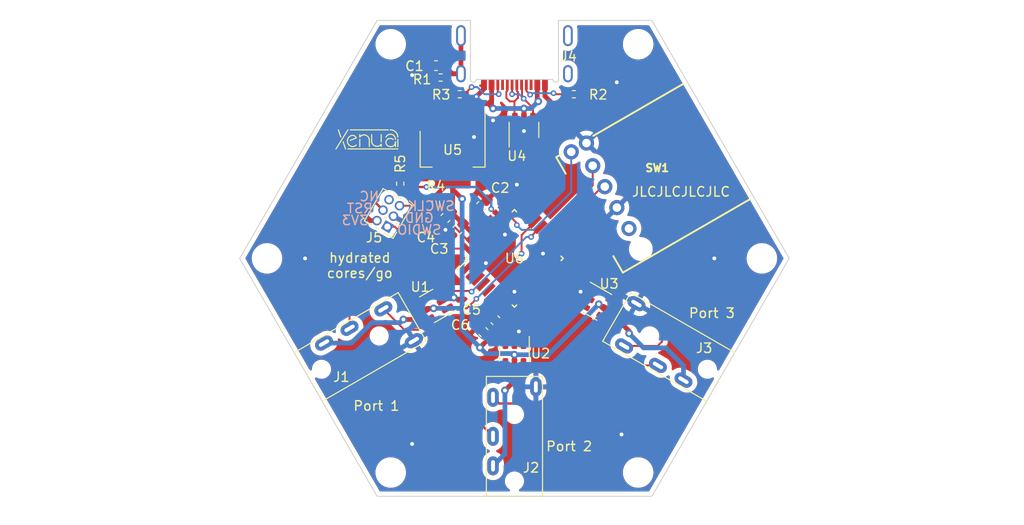
<source format=kicad_pcb>
(kicad_pcb (version 20211014) (generator pcbnew)

  (general
    (thickness 1.6)
  )

  (paper "A4")
  (layers
    (0 "F.Cu" signal)
    (31 "B.Cu" signal)
    (32 "B.Adhes" user "B.Adhesive")
    (33 "F.Adhes" user "F.Adhesive")
    (34 "B.Paste" user)
    (35 "F.Paste" user)
    (36 "B.SilkS" user "B.Silkscreen")
    (37 "F.SilkS" user "F.Silkscreen")
    (38 "B.Mask" user)
    (39 "F.Mask" user)
    (40 "Dwgs.User" user "User.Drawings")
    (41 "Cmts.User" user "User.Comments")
    (42 "Eco1.User" user "User.Eco1")
    (43 "Eco2.User" user "User.Eco2")
    (44 "Edge.Cuts" user)
    (45 "Margin" user)
    (46 "B.CrtYd" user "B.Courtyard")
    (47 "F.CrtYd" user "F.Courtyard")
    (48 "B.Fab" user)
    (49 "F.Fab" user)
    (50 "User.1" user)
    (51 "User.2" user)
    (52 "User.3" user)
    (53 "User.4" user)
    (54 "User.5" user)
    (55 "User.6" user)
    (56 "User.7" user)
    (57 "User.8" user)
    (58 "User.9" user)
  )

  (setup
    (stackup
      (layer "F.SilkS" (type "Top Silk Screen"))
      (layer "F.Paste" (type "Top Solder Paste"))
      (layer "F.Mask" (type "Top Solder Mask") (thickness 0.01))
      (layer "F.Cu" (type "copper") (thickness 0.035))
      (layer "dielectric 1" (type "core") (thickness 1.51) (material "FR4") (epsilon_r 4.5) (loss_tangent 0.02))
      (layer "B.Cu" (type "copper") (thickness 0.035))
      (layer "B.Mask" (type "Bottom Solder Mask") (thickness 0.01))
      (layer "B.Paste" (type "Bottom Solder Paste"))
      (layer "B.SilkS" (type "Bottom Silk Screen"))
      (copper_finish "None")
      (dielectric_constraints no)
    )
    (pad_to_mask_clearance 0)
    (pcbplotparams
      (layerselection 0x00010fc_ffffffff)
      (disableapertmacros false)
      (usegerberextensions false)
      (usegerberattributes true)
      (usegerberadvancedattributes true)
      (creategerberjobfile true)
      (svguseinch false)
      (svgprecision 6)
      (excludeedgelayer true)
      (plotframeref false)
      (viasonmask false)
      (mode 1)
      (useauxorigin false)
      (hpglpennumber 1)
      (hpglpenspeed 20)
      (hpglpendiameter 15.000000)
      (dxfpolygonmode true)
      (dxfimperialunits true)
      (dxfusepcbnewfont true)
      (psnegative false)
      (psa4output false)
      (plotreference true)
      (plotvalue true)
      (plotinvisibletext false)
      (sketchpadsonfab false)
      (subtractmaskfromsilk false)
      (outputformat 1)
      (mirror false)
      (drillshape 1)
      (scaleselection 1)
      (outputdirectory "")
    )
  )

  (net 0 "")
  (net 1 "Net-(C1-Pad1)")
  (net 2 "GND")
  (net 3 "Net-(C2-Pad2)")
  (net 4 "+3V3")
  (net 5 "Net-(J1-PadR1)")
  (net 6 "Net-(J1-PadR2)")
  (net 7 "Net-(J2-PadR1)")
  (net 8 "Net-(J2-PadR2)")
  (net 9 "Net-(J3-PadR1)")
  (net 10 "Net-(J3-PadR2)")
  (net 11 "/SWDIO")
  (net 12 "/RST")
  (net 13 "/SWCLK")
  (net 14 "unconnected-(J5-Pad6)")
  (net 15 "Net-(J4-PadA5)")
  (net 16 "Net-(J4-PadB5)")
  (net 17 "/P1_SCL")
  (net 18 "/P1_SDA")
  (net 19 "/P2_SCL")
  (net 20 "/P2_SDA")
  (net 21 "/P3_SCL")
  (net 22 "/P3_SDA")
  (net 23 "/USBD-")
  (net 24 "/USBD+")
  (net 25 "/DP")
  (net 26 "VBUS")
  (net 27 "/DM")
  (net 28 "unconnected-(U6-Pad1)")
  (net 29 "unconnected-(U6-Pad2)")
  (net 30 "unconnected-(U6-Pad3)")
  (net 31 "unconnected-(U6-Pad4)")
  (net 32 "unconnected-(U6-Pad7)")
  (net 33 "unconnected-(U6-Pad8)")
  (net 34 "unconnected-(U6-Pad13)")
  (net 35 "unconnected-(U6-Pad14)")
  (net 36 "unconnected-(U6-Pad15)")
  (net 37 "unconnected-(U6-Pad16)")
  (net 38 "unconnected-(U6-Pad5)")
  (net 39 "unconnected-(U6-Pad27)")
  (net 40 "unconnected-(J4-PadA8)")
  (net 41 "unconnected-(J4-PadB8)")
  (net 42 "/SW1")
  (net 43 "/SW_A")
  (net 44 "/SW_B")
  (net 45 "unconnected-(U6-Pad6)")

  (footprint "Package_TO_SOT_SMD:SOT-23-6" (layer "F.Cu") (at 187 52 -150))

  (footprint "pj320a:Jack_3.5mm_PJ320A_Horizontal" (layer "F.Cu") (at 175.229681 58.65 30))

  (footprint "MountingHole:MountingHole_2.2mm_M2_DIN965" (layer "F.Cu") (at 208.5 69.5))

  (footprint "Package_TO_SOT_SMD:SOT-23-6" (layer "F.Cu") (at 195.5 57 -90))

  (footprint "MountingHole:MountingHole_2.2mm_M2_DIN965" (layer "F.Cu") (at 182.5 24.5))

  (footprint "Resistor_SMD:R_0402_1005Metric_Pad0.72x0.64mm_HandSolder" (layer "F.Cu") (at 187.25 41.1525 -90))

  (footprint "Resistor_SMD:R_0402_1005Metric_Pad0.72x0.64mm_HandSolder" (layer "F.Cu") (at 189.75 29.75))

  (footprint "Capacitor_SMD:C_0603_1608Metric_Pad1.08x0.95mm_HandSolder" (layer "F.Cu") (at 192.25 54.75 135))

  (footprint "MountingHole:MountingHole_2.2mm_M2_DIN965" (layer "F.Cu") (at 208.5 24.5))

  (footprint "Capacitor_SMD:C_0603_1608Metric_Pad1.08x0.95mm_HandSolder" (layer "F.Cu") (at 189.5 44 -135))

  (footprint "Package_TO_SOT_SMD:SOT-23-6" (layer "F.Cu") (at 196.5 33.5 90))

  (footprint "MountingHole:MountingHole_2.2mm_M2_DIN965" (layer "F.Cu") (at 169.5 47))

  (footprint "Resistor_SMD:R_0402_1005Metric_Pad0.72x0.64mm_HandSolder" (layer "F.Cu") (at 201.75 29.75))

  (footprint "Capacitor_SMD:C_0603_1608Metric_Pad1.08x0.95mm_HandSolder" (layer "F.Cu") (at 187.25 26.75 180))

  (footprint "Capacitor_SMD:C_0603_1608Metric_Pad1.08x0.95mm_HandSolder" (layer "F.Cu") (at 192 41.5 -135))

  (footprint "Resistor_SMD:R_0402_1005Metric_Pad0.72x0.64mm_HandSolder" (layer "F.Cu") (at 187.75 28 180))

  (footprint "xenua:USB_C_Receptacle_GCT_USB4510" (layer "F.Cu") (at 195.5 22 180))

  (footprint "pj320a:Jack_3.5mm_PJ320A_Horizontal" (layer "F.Cu") (at 215.770319 58.65 150))

  (footprint "pj320a:Jack_3.5mm_PJ320A_Horizontal" (layer "F.Cu") (at 195.5 70.4 90))

  (footprint "xenua:EVQWGD001" (layer "F.Cu") (at 210.5 37.75 30))

  (footprint "xenua:sig" (layer "F.Cu") (at 176.75 35.5))

  (footprint "Package_QFP:TQFP-32_7x7mm_P0.8mm" (layer "F.Cu") (at 195.5 47 45))

  (footprint "Package_TO_SOT_SMD:SOT-223-3_TabPin2" (layer "F.Cu") (at 189 35.5 -90))

  (footprint "Capacitor_SMD:C_0603_1608Metric_Pad1.08x0.95mm_HandSolder" (layer "F.Cu") (at 188.25 42.75 -135))

  (footprint "Connector_PinHeader_1.27mm:PinHeader_2x03_P1.27mm_Vertical" (layer "F.Cu") (at 182.153766 43.666683 150))

  (footprint "MountingHole:MountingHole_2.2mm_M2_DIN965" (layer "F.Cu") (at 182.5 69.5))

  (footprint "Resistor_SMD:R_0402_1005Metric_Pad0.72x0.64mm_HandSolder" (layer "F.Cu") (at 183.5 39.1525 90))

  (footprint "Package_TO_SOT_SMD:SOT-23-6" (layer "F.Cu") (at 204.25 51.75 -30))

  (footprint "MountingHole:MountingHole_2.2mm_M2_DIN965" (layer "F.Cu") (at 221.5 47))

  (footprint "Capacitor_SMD:C_0603_1608Metric_Pad1.08x0.95mm_HandSolder" (layer "F.Cu") (at 193.5 53.5 135))

  (gr_line (start 195.5 28.3) (end 196.5 28.3) (layer "Dwgs.User") (width 0.15) (tstamp 31bd80de-4bb5-4c77-a663-2affc4147372))
  (gr_line (start 195.5 28.3) (end 194.5 28.3) (layer "Dwgs.User") (width 0.15) (tstamp 944dbd01-505d-494d-9f63-f2c8bd1db418))
  (gr_line (start 224.368 47) (end 209.934 72) (layer "Edge.Cuts") (width 0.1) (tstamp 0743bc59-afe2-4752-9e56-a24822d18aaa))
  (gr_line (start 181.066 22) (end 166.632 47) (layer "Edge.Cuts") (width 0.1) (tstamp 473ddb9d-3e9e-4912-a8c3-fb5b4dbbf8df))
  (gr_line (start 200.12 22) (end 209.934 22) (layer "Edge.Cuts") (width 0.1) (tstamp a6571e26-fdcf-48c3-8604-da94c9af25e8))
  (gr_line (start 181.066 72) (end 209.934 72) (layer "Edge.Cuts") (width 0.1) (tstamp c8afab4b-9964-4341-bc31-892e7e579723))
  (gr_line (start 224.368 47) (end 209.934 22) (layer "Edge.Cuts") (width 0.1) (tstamp dd35352e-d89e-484d-bef8-bac58c66a85a))
  (gr_line (start 166.632 47) (end 181.066 72) (layer "Edge.Cuts") (width 0.1) (tstamp ee989edf-8027-449d-bb77-fbb7e3e7649d))
  (gr_line (start 181.066 22) (end 190.88 22) (layer "Edge.Cuts") (width 0.1) (tstamp f46c70dd-2f86-4294-a0b2-5b136aa818ef))
  (gr_text "SWDIO" (at 185.5 44) (layer "B.SilkS") (tstamp 442e4c29-3088-41af-8517-f77d31721da9)
    (effects (font (size 1 1) (thickness 0.15)) (justify mirror))
  )
  (gr_text "SWCLK" (at 186.75 41.5) (layer "B.SilkS") (tstamp 514ecc23-0675-43eb-a8d8-133ff14e129f)
    (effects (font (size 1 1) (thickness 0.15)) (justify mirror))
  )
  (gr_text "NC" (at 180.25 40.5) (layer "B.SilkS") (tstamp 66c12b4d-c7e0-46d7-811d-ed920ffd0fcb)
    (effects (font (size 1 1) (thickness 0.15)) (justify mirror))
  )
  (gr_text "3V3" (at 178.75 43) (layer "B.SilkS") (tstamp 904edd67-bb0e-43ec-aab9-09bb8c3ed308)
    (effects (font (size 1 1) (thickness 0.15)) (justify mirror))
  )
  (gr_text "RST" (at 179.25 41.75) (layer "B.SilkS") (tstamp 93a05501-3df3-4f42-bfbe-c8be236c01f8)
    (effects (font (size 1 1) (thickness 0.15)) (justify mirror))
  )
  (gr_text "GND" (at 185.5 42.75) (layer "B.SilkS") (tstamp c704fc12-5f0d-4b46-b051-2850536bd319)
    (effects (font (size 1 1) (thickness 0.15)) (justify mirror))
  )
  (gr_text "JLCJLCJLCJLC" (at 213 40) (layer "F.SilkS") (tstamp 3cff9632-c0d1-423d-b7ef-7c7f7b70ce8b)
    (effects (font (size 1 1) (thickness 0.15)))
  )
  (gr_text "Port 3" (at 216.25 52.75) (layer "F.SilkS") (tstamp 5766246d-539d-4256-86a4-9f8349610f84)
    (effects (font (size 1 1) (thickness 0.15)))
  )
  (gr_text "hydrated\ncores/go" (at 179.25 47.75) (layer "F.SilkS") (tstamp 7aeda96c-46b8-4006-b414-502a4fefdd07)
    (effects (font (size 1 1) (thickness 0.15)))
  )
  (gr_text "Port 2" (at 201.25 66.75) (layer "F.SilkS") (tstamp 9148d79b-a1b9-4ec5-ae49-7b2d5d0299a9)
    (effects (font (size 1 1) (thickness 0.15)))
  )
  (gr_text "Port 1" (at 181 62.5) (layer "F.SilkS") (tstamp e577fdcc-c176-4b4b-a228-e30f5b47f147)
    (effects (font (size 1 1) (thickness 0.15)))
  )

  (segment (start 189.88 27.6) (end 188.7475 27.6) (width 0.5) (layer "F.Cu") (net 1) (tstamp 3f1b46a9-de00-44b6-b302-95ba5d4fc7be))
  (segment (start 189.88 27.6) (end 188.9625 27.6) (width 0.5) (layer "F.Cu") (net 1) (tstamp 696e0eb6-f485-454f-b142-a24b3e59a953))
  (segment (start 189.88 23.6) (end 189.88 27.6) (width 0.5) (layer "F.Cu") (net 1) (tstamp 8ef27395-8f02-4464-91f7-6df2b86cc43f))
  (segment (start 188.7475 27.6) (end 188.3475 28) (width 0.5) (layer "F.Cu") (net 1) (tstamp a8438cf0-2b94-4a9d-8963-c8f4621cc31d))
  (segment (start 188.9625 27.6) (end 188.1125 26.75) (width 0.5) (layer "F.Cu") (net 1) (tstamp d354ecac-b3bc-4fed-903e-10d10882139b))
  (segment (start 199.5 30.75) (end 201.75 30.75) (width 0.5) (layer "F.Cu") (net 2) (tstamp 01243b79-c596-4665-b7e4-e03ed5e2d85b))
  (segment (start 188.85988 44.60988) (end 188.25 44) (width 0.5) (layer "F.Cu") (net 2) (tstamp 03719843-5435-4291-8e92-d5b393806fb9))
  (segment (start 187.64012 43.35988) (end 187.64012 43.60988) (width 0.5) (layer "F.Cu") (net 2) (tstamp 11dc4169-9f40-4605-8579-68c147f18d6b))
  (segment (start 202.3475 30.1525) (end 202.3475 29.75) (width 0.5) (layer "F.Cu") (net 2) (tstamp 13ec963b-04ef-4bfa-98f2-89920e941ff9))
  (segment (start 196.171573 50.5) (end 195.5 50.5) (width 0.5) (layer "F.Cu") (net 2) (tstamp 19231caf-260d-414a-8f99-844fa96fa85d))
  (segment (start 191.3 32.35) (end 191.3 34.2) (width 0.5) (layer "F.Cu") (net 2) (tstamp 1ef98e3c-1ed0-4ea3-997b-56d6e4637e06))
  (segment (start 203.13075 51.18125) (end 202.4495 50.5) (width 0.5) (layer "F.Cu") (net 2) (tstamp 215ce0f6-5af5-4b67-ae69-b288192d34e1))
  (segment (start 188.89012 44.60988) (end 188.85988 44.60988) (width 0.5) (layer "F.Cu") (net 2) (tstamp 3a447120-bb13-4c44-a114-ff648619224b))
  (segment (start 191.64012 54.14012) (end 191.34012 54.14012) (width 0.5) (layer "F.Cu") (net 2) (tstamp 4301754c-6d5d-4383-afc6-8c9a9e772a4c))
  (segment (start 191.3 32.35) (end 193.1 32.35) (width 0.5) (layer "F.Cu") (net 2) (tstamp 55f1c4af-adb5-49e0-ace7-9fc384f5d29d))
  (segment (start 193.565686 44.5) (end 194.5 44.5) (width 0.5) (layer "F.Cu") (net 2) (tstamp 671095b0-ed5a-4ae7-ac85-9ee83cba59d8))
  (segment (start 187.64012 43.39012) (end 188.25 44) (width 0.5) (layer "F.Cu") (net 2) (tstamp 6fc9f2c2-bef9-48e2-9027-eb42ac7b78fe))
  (segment (start 193.1 32.35) (end 193.25 32.5) (width 0.5) (layer "F.Cu") (net 2) (tstamp 76bbad38-00e2-41b2-9ddd-aff8d95e873f))
  (segment (start 187.64012 43.35988) (end 187.64012 43.39012) (width 0.5) (layer "F.Cu") (net 2) (tstamp 8143a189-78e8-4949-9928-620769923d07))
  (segment (start 192.777639 43.711953) (end 193.565686 44.5) (width 0.5) (layer "F.Cu") (net 2) (tstamp 844267ab-0c59-45ad-9cf9-19c1e73a2831))
  (segment (start 191.3 32.35) (end 191.3 32.45) (width 0.5) (layer "F.Cu") (net 2) (tstamp 86b0791e-e64d-41a6-9b4e-9b2d1dee1dac))
  (segment (start 192.3 28.75) (end 192.3 29.200489) (width 0.5) (layer "F.Cu") (net 2) (tstamp 8732a11f-3ef6-4396-b98d-830ac6bfa2c8))
  (segment (start 198.7 29.95) (end 198.7 28.75) (width 0.5) (layer "F.Cu") (net 2) (tstamp 89e4cfba-750c-4083-acc4-ed21bb6833df))
  (segment (start 188.296732 51.119622) (end 189.130378 51.119622) (width 0.5) (layer "F.Cu") (net 2) (tstamp 976eff56-3816-452d-9c77-d211b78adaef))
  (segment (start 187.985104 51.43125) (end 188.296732 51.119622) (width 0.5) (layer "F.Cu") (net 2) (tstamp 9821fdbc-a1cd-4bf4-b25b-5f699978c34b))
  (segment (start 191.3 34.2) (end 191.25 34.25) (width 0.5) (layer "F.Cu") (net 2) (tstamp 9a5c3670-eaa7-4dcf-9286-43ba42ac67e7))
  (segment (start 196.5 34.6375) (end 196.5 33.6245) (width 0.5) (layer "F.Cu") (net 2) (tstamp a3af9b14-6380-4eca-a818-510262168f6c))
  (segment (start 203.264896 51.18125) (end 203.13075 51.18125) (width 0.5) (layer "F.Cu") (net 2) (tstamp a6e977e2-d6fd-497d-8dbf-799018d7fc04))
  (segment (start 201.75 30.75) (end 202.3475 30.1525) (width 0.5) (layer "F.Cu") (net 2) (tstamp a945a064-87fa-4c73-a3a4-1a959dcf5758))
  (segment (start 192.60988 40.89012) (end 192.85988 40.89012) (width 0.5) (layer "F.Cu") (net 2) (tstamp b9c85551-8712-46b2-8570-ce78df9e2527))
  (segment (start 199.5 30.75) (end 198.7 29.95) (width 0.5) (layer "F.Cu") (net 2) (tstamp bb5948b2-3dac-442f-abc5-abb89dbc4ff5))
  (segment (start 195.5 55.8625) (end 195.5 55.144439) (width 0.5) (layer "F.Cu") (net 2) (tstamp bd5982a1-f298-433e-aa00-1ad636989dff))
  (segment (start 197.09099 51.419417) (end 196.171573 50.5) (width 0.5) (layer "F.Cu") (net 2) (tstamp cb6c4e8c-26d9-4358-bd61-00ae2e9a6b1a))
  (segment (start 192.3 29.200489) (end 191.5 30.000489) (width 0.5) (layer "F.Cu") (net 2) (tstamp d2070829-6614-4d36-90ec-2c8dd2f421fd))
  (segment (start 191.3 32.45) (end 191.25 32.5) (width 0.5) (layer "F.Cu") (net 2) (tstamp e8fa3293-2de2-4a5a-9283-356607904c7c))
  (segment (start 195.5 55.144439) (end 195.964813 54.679626) (width 0.5) (layer "F.Cu") (net 2) (tstamp fae566e4-cd29-42fd-a0cf-1046552b93b0))
  (via (at 216.5 47) (size 0.8) (drill 0.4) (layers "F.Cu" "B.Cu") (free) (net 2) (tstamp 03236581-83d5-46f9-9b92-dfba08a17e3e))
  (via (at 191.25 34.25) (size 0.8) (drill 0.4) (layers "F.Cu" "B.Cu") (net 2) (tstamp 1c4bf035-050b-405c-bea5-ceb3db0151fd))
  (via (at 195.964813 54.679626) (size 0.8) (drill 0.4) (layers "F.Cu" "B.Cu") (net 2) (tstamp 2eb2e4d3-f2ce-4f29-9070-1c4837a13861))
  (via (at 188.25 44) (size 0.8) (drill 0.4) (layers "F.Cu" "B.Cu") (net 2) (tstamp 2fe521ff-d6d1-4c05-8296-4c946423024c))
  (via (at 194.5 44.5) (size 0.8) (drill 0.4) (layers "F.Cu" "B.Cu") (free) (net 2) (tstamp 3b4c2257-f4dd-4ad9-b415-910c47910fb8))
  (via (at 192.5 47.5) (size 0.8) (drill 0.4) (layers "F.Cu" "B.Cu") (free) (net 2) (tstamp 43044d53-b707-4d3a-afb5-42d6b6af2e7c))
  (via (at 195.5 50.5) (size 0.8) (drill 0.4) (layers "F.Cu" "B.Cu") (free) (net 2) (tstamp 6431d07b-1cc3-48bf-98c9-a73b1e3fc17b))
  (via (at 173.5 47) (size 0.8) (drill 0.4) (layers "F.Cu" "B.Cu") (free) (net 2) (tstamp 841a072b-b3fa-45b8-a76b-f9a5c81a1364))
  (via (at 191.5 30.000489) (size 0.6) (drill 0.3) (layers "F.Cu" "B.Cu") (net 2) (tstamp 91f3669f-b5e2-4adf-afb0-e37eed958e60))
  (via (at 202.4495 50.5) (size 0.8) (drill 0.4) (layers "F.Cu" "B.Cu") (net 2) (tstamp 9707b9bf-a5fc-4e09-aebe-5bc06e829499))
  (via (at 206.75 65.5) (size 0.8) (drill 0.4) (layers "F.Cu" "B.Cu") (free) (net 2) (tstamp adb90deb-6853-4230-a382-6c8831b3f4f3))
  (via (at 198.5 46.5) (size 0.8) (drill 0.4) (layers "F.Cu" "B.Cu") (free) (net 2) (tstamp b439546a-c621-4887-b3aa-bc0ca20da5cb))
  (via (at 189.130378 51.119622) (size 0.8) (drill 0.4) (layers "F.Cu" "B.Cu") (net 2) (tstamp b6eda8ee-c639-4010-a71e-f418426c448a))
  (via (at 195.75 39.25) (size 0.8) (drill 0.4) (layers "F.Cu" "B.Cu") (free) (net 2) (tstamp bc4305ae-ca06-4789-823d-45aef5e290e2))
  (via (at 184.75 27.75) (size 0.8) (drill 0.4) (layers "F.Cu" "B.Cu") (free) (net 2) (tstamp c490a0cc-a139-4ae9-b6ad-1f989dec564b))
  (via (at 193.25 32.5) (size 0.8) (drill 0.4) (layers "F.Cu" "B.Cu") (net 2) (tstamp c569fb6a-628e-48b4-805b-d04f577f815a))
  (via (at 196.5 33.6245) (size 0.8) (drill 0.4) (layers "F.Cu" "B.Cu") (net 2) (tstamp d52eb3e6-c3f0-4f18-ac0b-40f1f9e6fd5e))
  (via (at 206.25 28.5) (size 0.8) (drill 0.4) (layers "F.Cu" "B.Cu") (free) (net 2) (tstamp f0d4f2d5-ebc4-472c-9ad0-46e60ab32a6a))
  (via (at 184.75 66.5) (size 0.8) (drill 0.4) (layers "F.Cu" "B.Cu") (free) (net 2) (tstamp fd8cd4a1-8cce-4033-93c0-c4b68cc71c6b))
  (segment (start 192.211953 44.277639) (end 191.39012 43.455806) (width 0.3) (layer "F.Cu") (net 3) (tstamp 1bd98adf-6059-495f-94b7-9f4ef4e778fb))
  (segment (start 191.39012 43.455806) (end 191.39012 42.10988) (width 0.3) (layer "F.Cu") (net 3) (tstamp 22f790b9-c1d9-412d-ac0e-7bd254369216))
  (segment (start 190.10988 43.39012) (end 188.85988 42.14012) (width 0.5) (layer "F.Cu") (net 4) (tstamp 0376f97d-4fda-40e2-8ae7-be256dd0b17a))
  (segment (start 205.235104 52.31875) (end 204.864321 52.31875) (width 0.5) (layer "F.Cu") (net 4) (tstamp 04cd1be7-98f7-4cec-9bc2-093fcec1606d))
  (segment (start 189 38.65) (end 189 42) (width 0.5) (layer "F.Cu") (net 4) (tstamp 04d8fd5a-af67-40da-a8c2-f7fab9d79c3b))
  (segment (start 192.85988 55.39012) (end 191.875 56.375) (width 0.5) (layer "F.Cu") (net 4) (tstamp 1d81386a-c764-455e-a123-419b6cfd4065))
  (segment (start 191.646268 44.843324) (end 191.563084 44.843324) (width 0.5) (layer "F.Cu") (net 4) (tstamp 23bdbd44-4a30-4d2c-b3c5-4d4dfb6ad7d1))
  (segment (start 186.014896 52.56875) (end 185.165399 53.418247) (width 0.5) (layer "F.Cu") (net 4) (tstamp 32dcc70a-1e38-4dff-8bd2-7fe6cd7ba6cd))
  (segment (start 195.5 58.1375) (end 195.5 59.8755) (width 0.5) (layer "F.Cu") (net 4) (tstamp 37df637f-662f-40f0-adc0-7d1db39f5ebd))
  (segment (start 189 32.35) (end 189 38.65) (width 0.5) (layer "F.Cu") (net 4) (tstamp 37ffdb94-6f74-4094-8d04-8477df25c710))
  (segment (start 183.405 38.65) (end 183.5 38.555) (width 0.5) (layer "F.Cu") (net 4) (tstamp 4e19c973-ba31-416a-a16a-3baed59fea65))
  (segment (start 187 52.25) (end 186.333646 52.25) (width 0.5) (layer "F.Cu") (net 4) (tstamp 4fd2be35-f3dc-4152-8d6b-941d855e1521))
  (segment (start 189 39.75) (end 190 40.75) (width 0.5) (layer "F.Cu") (net 4) (tstamp 5f0d7789-3d8e-4525-b01d-b4b0497082e8))
  (segment (start 191.563084 44.843324) (end 190.10988 43.39012) (width 0.5) (layer "F.Cu") (net 4) (tstamp 653c887b-6912-4e12-9d5b-b353929ef1fc))
  (segment (start 205.235104 52.31875) (end 205.31875 52.31875) (width 0.5) (layer "F.Cu") (net 4) (tstamp 6a1464e6-525c-4f06-8066-5df619f0f8e1))
  (segment (start 183.5 38.555) (end 183.595 38.65) (width 0.5) (layer "F.Cu") (net 4) (tstamp 6bf8c4c4-d98f-47ee-a8c0-f3260708f658))
  (segment (start 181.053914 43.031683) (end 180.346808 43.031683) (width 0.5) (layer "F.Cu") (net 4) (tstamp 6eae3b60-1582-4df7-b905-1c27d01dafb7))
  (segment (start 189 42) (end 188.85988 42.14012) (width 0.5) (layer "F.Cu") (net 4) (tstamp 80b217b0-d0e1-4411-b435-32e96c858e1f))
  (segment (start 196.234657 51.985103) (end 194.10988 54.10988) (width 0.5) (layer "F.Cu") (net 4) (tstamp 83428e0e-6169-45e1-8979-696ca9eea4f3))
  (segment (start 204.864321 52.31875) (end 204.357821 51.81225) (width 0.5) (layer "F.Cu") (net 4) (tstamp 87595e44-a48a-4a99-85f5-ef2ea90c9e37))
  (segment (start 207.5505 54.634146) (end 207.5505 54.880378) (width 0.5) (layer "F.Cu") (net 4) (tstamp 8b5bfda2-79a7-4762-a6d8-16647750378e))
  (segment (start 178.9025 39.5975) (end 179.85 38.65) (width 0.5) (layer "F.Cu") (net 4) (tstamp 8d78cea2-222d-44f7-97d2-4ef69f6c4b3f))
  (segment (start 205.235104 52.31875) (end 207.5505 54.634146) (width 0.5) (layer "F.Cu") (net 4) (tstamp 9e999c9d-e058-4f07-9aa3-a9dc594b76bf))
  (segment (start 187.25 40.4) (end 189 38.65) (width 0.5) (layer "F.Cu") (net 4) (tstamp 9f57eebc-b460-4a82-8171-ddd51d1041fb))
  (segment (start 196.525305 51.985103) (end 196.234657 51.985103) (width 0.5) (layer "F.Cu") (net 4) (tstamp a9eb8cd6-d2df-495d-97f8-cf25705e5da3))
  (segment (start 178.9025 41.587375) (end 178.9025 39.5975) (width 0.5) (layer "F.Cu") (net 4) (tstamp aebfa671-5b50-4c69-8677-95fe12ef826c))
  (segment (start 183.595 38.65) (end 189 38.65) (width 0.5) (layer "F.Cu") (net 4) (tstamp afa47a69-e5a4-42a4-be66-0114bd5c3349))
  (segment (start 180.346808 43.031683) (end 178.9025 41.587375) (width 0.5) (layer "F.Cu") (net 4) (tstamp b2e62c9c-d445-432c-86ff-986b894fa53f))
  (segment (start 187.25 40.555) (end 187.25 40.4) (width 0.5) (layer "F.Cu") (net 4) (tstamp b42c2237-55bc-47ec-aacd-3cf43e17f2d4))
  (segment (start 195.5 59.8755) (end 194.5 60.8755) (width 0.5) (layer "F.Cu") (net 4) (tstamp b98b2aa4-f17c-4944-a63b-517efd27344b))
  (segment (start 194.10988 54.10988) (end 192.85988 55.35988) (width 0.5) (layer "F.Cu") (net 4) (tstamp c71cbc25-a226-480e-9120-4c90056547ed))
  (segment (start 192.85988 55.35988) (end 192.85988 55.39012) (width 0.5) (layer "F.Cu") (net 4) (tstamp d9762b98-452e-45a8-941b-a35ffe0e2d4c))
  (segment (start 185.165399 53.418247) (end 183.831753 53.418247) (width 0.5) (layer "F.Cu") (net 4) (tstamp db128544-f66c-42f4-beb9-1d8c80c15d88))
  (segment (start 179.85 38.65) (end 183.405 38.65) (width 0.5) (layer "F.Cu") (net 4) (tstamp e9355b40-9e5c-455b-b1a8-fe00e2b96664))
  (segment (start 186.333646 52.25) (end 186.014896 52.56875) (width 0.5) (layer "F.Cu") (net 4) (tstamp f358ac6b-17e0-4c47-9f05-8773630c08f8))
  (segment (start 195.5 58.1375) (end 195.5 57.1245) (width 0.5) (layer "F.Cu") (net 4) (tstamp fa5ea037-1b76-4529-80bf-e23d4b9a0e7b))
  (segment (start 189 38.65) (end 189 39.75) (width 0.5) (layer "F.Cu") (net 4) (tstamp fa65d098-5ecb-45ca-921d-eeb8930cd867))
  (via (at 207.5505 54.880378) (size 0.8) (drill 0.4) (layers "F.Cu" "B.Cu") (net 4) (tstamp 15841606-09ac-42c9-ac6d-455675705d16))
  (via (at 190 40.75) (size 0.8) (drill 0.4) (layers "F.Cu" "B.Cu") (net 4) (tstamp 1fd275a0-197e-4d60-9ea7-4acf500af443))
  (via (at 191.875 56.375) (size 0.8) (drill 0.4) (layers "F.Cu" "B.Cu") (net 4) (tstamp 386c9c06-9604-4504-9e90-3a42cced6a3c))
  (via (at 195.5 57.1245) (size 0.8) (drill 0.4) (layers "F.Cu" "B.Cu") (net 4) (tstamp 3cf37809-8882-441f-bd8e-11eadeb9b4f2))
  (via (at 194.5 60.8755) (size 0.8) (drill 0.4) (layers "F.Cu" "B.Cu") (net 4) (tstamp 4e3faa3b-685b-4b59-bbf2-b4a54ad2dfc1))
  (via (at 183.831753 53.418247) (size 0.8) (drill 0.4) (layers "F.Cu" "B.Cu") (net 4) (tstamp 60d2675f-2544-4550-ba8e-d0ef2889d24f))
  (via (at 187 52.25) (size 0.8) (drill 0.4) (layers "F.Cu" "B.Cu") (net 4) (tstamp 88c5b4a9-3364-45ea-b9c0-bb33f0271133))
  (via (at 204.357821 51.81225) (size 0.8) (drill 0.4) (layers "F.Cu" "B.Cu") (net 4) (tstamp b9112406-6880-496a-8cf3-329d93d8abc3))
  (segment (start 199.045571 57.1245) (end 204.357821 51.81225) (width 0.5) (layer "B.Cu") (net 4) (tstamp 06ce9a2f-62c9-4ebd-81db-3fa9016ba633))
  (segment (start 190 40.75) (end 190 51.5) (width 0.5) (layer "B.Cu") (net 4) (tstamp 06cf9d8c-80ee-474a-9941-3419d77ef170))
  (segment (start 190 52.25) (end 187 52.25) (width 0.5) (layer "B.Cu") (net 4) (tstamp 0f2345df-1720-4a1d-8df4-9dea06adef0f))
  (segment (start 194.5 60.8755) (end 194.5 67.55) (width 0.5) (layer "B.Cu") (net 4) (tstamp 1054d765-304e-44ee-a408-f73ba3541d44))
  (segment (start 190 54.5) (end 191.875 56.375) (width 0.5) (layer "B.Cu") (net 4) (tstamp 19a9d3b5-5aa1-449e-ab8e-d103756ba404))
  (segment (start 191.875 56.375) (end 192.5 57) (width 0.5) (layer "B.Cu") (net 4) (tstamp 1c370c68-124e-4b3b-87da-08abf9cdb16f))
  (segment (start 183.831753 53.418247) (end 183.5 53.75) (width 0.5) (layer "B.Cu") (net 4) (tstamp 3808ff98-c381-4bc8-9063-5fab6223c5fb))
  (segment (start 180.515644 53.75) (end 178.364201 55.901443) (width 0.5) (layer "B.Cu") (net 4) (tstamp 3f9a7152-7e4a-4640-b4c9-cab06e70526d))
  (segment (start 192.5 57) (end 195.3755 57) (width 0.5) (layer "B.Cu") (net 4) (tstamp 41eb36ad-85e7-4f39-8dca-cb50bceb3b2a))
  (segment (start 207.5505 54.880378) (end 209.070122 56.4) (width 0.5) (layer "B.Cu") (net 4) (tstamp 48c439fd-8a6d-4e60-bfad-1018cdb1bb64))
  (segment (start 209.070122 56.4) (end 211.4 56.4) (width 0.5) (layer "B.Cu") (net 4) (tstamp 6a72969c-584a-408a-8c75-b04f16c58fd0))
  (segment (start 183.5 53.75) (end 180.515644 53.75) (width 0.5) (layer "B.Cu") (net 4) (tstamp 8ed34d6f-8f07-44c1-a2a3-f184d6d9a08f))
  (segment (start 195.3755 57) (end 195.5 57.1245) (width 0.5) (layer "B.Cu") (net 4) (tstamp 933a5253-1d0e-4516-b330-14ba65ca36d4))
  (segment (start 195.5 57.1245) (end 199.045571 57.1245) (width 0.5) (layer "B.Cu") (net 4) (tstamp ab21e7a8-ef62-40a0-a378-209c765cc4bb))
  (segment (start 204.357821 51.81225) (end 204.357821 51.892179) (width 0.5) (layer "B.Cu") (net 4) (tstamp b47a98da-d24c-4742-b64e-3ffd9972ce0f))
  (segment (start 211.4 56.4) (end 213.259678 58.259678) (width 0.5) (layer "B.Cu") (net 4) (tstamp b6af3339-77e3-4805-9423-056f5e2a366f))
  (segment (start 213.259678 58.259678) (end 213.259678 59.798557) (width 0.5) (layer "B.Cu") (net 4) (tstamp be23aa73-d1da-4488-a1e1-b3cf08c1510c))
  (segment (start 190 52.25) (end 190 54.5) (width 0.5) (layer "B.Cu") (net 4) (tstamp c60c4acf-3d6f-48da-b735-ac7a7ae5c6f8))
  (segment (start 190 51.5) (end 190 52.25) (width 0.5) (layer "B.Cu") (net 4) (tstamp d648426c-8d06-4374-a9d5-f0dd792d2bcf))
  (segment (start 178.364201 55.901443) (end 175.490322 55.901443) (width 0.5) (layer "B.Cu") (net 4) (tstamp e5ad5b73-1a14-43b4-b264-e78da8de87af))
  (segment (start 194.5 67.55) (end 193.25 68.8) (width 0.5) (layer "B.Cu") (net 4) (tstamp f993d1dc-6946-40ed-b85c-1fb14a3842b8))
  (segment (start 186.489896 53.391474) (end 185.38137 54.5) (width 0.2) (layer "F.Cu") (net 5) (tstamp 353d10af-18da-4a76-9647-8341271e9bc7))
  (segment (start 183.924262 54.5) (end 181.725705 52.301443) (width 0.2) (layer "F.Cu") (net 5) (tstamp 9db3c135-a7d1-4169-863d-387a1cae1452))
  (segment (start 185.38137 54.5) (end 183.924262 54.5) (width 0.2) (layer "F.Cu") (net 5) (tstamp c11d72ca-3e41-4275-9076-51eecae6a09c))
  (segment (start 184.29387 50.5) (end 180.5 50.5) (width 0.2) (layer "F.Cu") (net 6) (tstamp 28735097-78ba-4ee8-81ae-409197c70305))
  (segment (start 185.539896 51.746026) (end 184.29387 50.5) (width 0.2) (layer "F.Cu") (net 6) (tstamp 53af02fe-5e71-4006-828c-d42765cd6a8f))
  (segment (start 180.5 50.5) (end 178.175 52.825) (width 0.2) (layer "F.Cu") (net 6) (tstamp c6c2dde5-ac0c-4e64-8327-e95b073235c7))
  (segment (start 178.175 52.825) (end 178.175 54.351443) (width 0.2) (layer "F.Cu") (net 6) (tstamp f4b1fa00-7406-401d-8a77-cbd0708ac181))
  (segment (start 193.9 62.25) (end 193.25 61.6) (width 0.25) (layer "F.Cu") (net 7) (tstamp 4eefa2b9-0a99-4c31-a73e-dce3db494272))
  (segment (start 196.45 61.55) (end 195.75 62.25) (width 0.25) (layer "F.Cu") (net 7) (tstamp 86e056d6-76c2-4709-978d-24c455de32ce))
  (segment (start 196.45 58.1375) (end 196.45 61.55) (width 0.25) (layer "F.Cu") (net 7) (tstamp b44709c6-5ba2-4a10-89f2-e6e6dd62901a))
  (segment (start 195.75 62.25) (end 193.9 62.25) (width 0.25) (layer "F.Cu") (net 7) (tstamp da11773f-51dd-4c3c-9be6-17f5dce699bf))
  (segment (start 194.55 58.1375) (end 193.8625 58.1375) (width 0.25) (layer "F.Cu") (net 8) (tstamp 254f268c-baf2-4dbe-bb24-9eda39397444))
  (segment (start 191.75 60.25) (end 191.75 64.2) (width 0.25) (layer "F.Cu") (net 8) (tstamp 2ff79a41-9f22-4fe1-94d5-4ed29213b079))
  (segment (start 193.8625 58.1375) (end 191.75 60.25) (width 0.25) (layer "F.Cu") (net 8) (tstamp 5549b63e-a6a1-4dc2-962d-37089633fd05))
  (segment (start 191.75 64.2) (end 193.25 65.7) (width 0.25) (layer "F.Cu") (net 8) (tstamp c273d2f8-f30a-40a7-abbc-97e240c283ea))
  (segment (start 211 55.75) (end 210.551443 56.198557) (width 0.2) (layer "F.Cu") (net 9) (tstamp 2682afd4-79fa-47be-adb0-0d9f611adcbd))
  (segment (start 207.964078 53.75) (end 210.25 53.75) (width 0.2) (layer "F.Cu") (net 9) (tstamp 43122158-74fb-4bff-a206-ea7936e5b044))
  (segment (start 205.710104 51.496026) (end 207.964078 53.75) (width 0.2) (layer "F.Cu") (net 9) (tstamp 68593248-e9b3-4285-a3d7-62c709eacbc3))
  (segment (start 210.551443 56.198557) (end 207.024295 56.198557) (width 0.2) (layer "F.Cu") (net 9) (tstamp 6b3b47f6-b791-455c-83c8-d68e8001aff5))
  (segment (start 210.25 53.75) (end 211 54.5) (width 0.2) (layer "F.Cu") (net 9) (tstamp 8ae1655f-dd6c-4501-b11a-17fc61c86d1c))
  (segment (start 211 54.5) (end 211 55.75) (width 0.2) (layer "F.Cu") (net 9) (tstamp eb2a59e5-ee5d-46c4-b8fa-0207a14e1124))
  (segment (start 204.760104 53.141474) (end 204.760104 56.760104) (width 0.2) (layer "F.Cu") (net 10) (tstamp 09401383-4bc5-4bb2-b306-acda0cda34a5))
  (segment (start 204.760104 56.760104) (end 206.248557 58.248557) (width 0.2) (layer "F.Cu") (net 10) (tstamp 2a54ad79-ce49-4775-b894-c6c465703efd))
  (segment (start 206.248557 58.248557) (end 210.575 58.248557) (width 0.2) (layer "F.Cu") (net 10) (tstamp fbb243d1-c4af-4ee3-acac-1bb87f0b419f))
  (segment (start 185.224695 45.974695) (end 182.916683 43.666683) (width 0.2) (layer "F.Cu") (net 11) (tstamp 296ebd32-e25d-4bd3-a7a8-b8ebd7e26b00))
  (segment (start 182.916683 43.666683) (end 182.153766 43.666683) (width 0.2) (layer "F.Cu") (net 11) (tstamp 412a2419-90dc-42ae-88f1-174b8684a47f))
  (segment (start 190.514897 45.974695) (end 185.224695 45.974695) (width 0.2) (layer "F.Cu") (net 11) (tstamp ed467a56-dac6-42ac-a9df-e06eb1f09520))
  (segment (start 181.5 39.5) (end 180.75 40.25) (width 0.25) (layer "F.Cu") (net 12) (tstamp 1d8bfe18-97b4-431b-b619-c98b5dd08831))
  (segment (start 186.25 39.5) (end 183.75 39.5) (width 0.25) (layer "F.Cu") (net 12) (tstamp 2cc05c3e-4cea-4694-9cc8-eef3549fbdf6))
  (segment (start 183.75 39.5) (end 183.5 39.75) (width 0.25) (layer "F.Cu") (net 12) (tstamp 391d5edf-b627-46d2-b32b-44a6e72cde4a))
  (segment (start 193.90901 42.580583) (end 193.824269 42.580583) (width 0.2) (layer "F.Cu") (net 12) (tstamp 6357d28d-fcbd-40b7-961f-a7d692fff642))
  (segment (start 193.824269 42.580583) (end 193.060275 41.816589) (width 0.2) (layer "F.Cu") (net 12) (tstamp 7e8c5425-170a-44fc-a23f-552d1e1bb870))
  (segment (start 180.75 40.25) (end 180.75 40.992917) (width 0.25) (layer "F.Cu") (net 12) (tstamp bf4363c4-d085-46b9-8554-f3456d0c7e64))
  (segment (start 183.25 39.5) (end 181.5 39.5) (width 0.25) (layer "F.Cu") (net 12) (tstamp c89c22d5-1c95-4347-9fc8-14507dc8afbe))
  (segment (start 180.75 40.992917) (end 181.688914 41.931831) (width 0.25) (layer "F.Cu") (net 12) (tstamp fe9a0052-3899-4299-b133-4f319d90a48e))
  (segment (start 183.5 39.75) (end 183.25 39.5) (width 0.25) (layer "F.Cu") (net 12) (tstamp ff09d94f-d8d7-4ab2-aa7d-353f6c3961ba))
  (via (at 186.25 39.5) (size 0.6) (drill 0.3) (layers "F.Cu" "B.Cu") (net 12) (tstamp 35cb45f8-8e80-40e7-b61f-32d6fe788f38))
  (via (at 193.060275 41.816589) (size 0.6) (drill 0.3) (layers "F.Cu" "B.Cu") (net 12) (tstamp 53fa3ef6-0a2b-41d2-b20d-15cb15e969b9))
  (segment (start 191.5 39.5) (end 193.060275 41.060275) (width 0.25) (layer "B.Cu") (net 12) (tstamp 134ed347-767a-447a-8bdc-ee68e573320f))
  (segment (start 186.25 39.5) (end 191.5 39.5) (width 0.25) (layer "B.Cu") (net 12) (tstamp 59a59264-674c-4b31-ae89-4b75ccdc5bdb))
  (segment (start 193.060275 41.060275) (end 193.060275 41.816589) (width 0.25) (layer "B.Cu") (net 12) (tstamp a352f24b-907d-4d9a-9eda-3e3aeac4974b))
  (segment (start 190.90901 45.40901) (end 187.25 41.75) (width 0.2) (layer "F.Cu") (net 13) (tstamp 4d9e031a-b091-4040-b188-0d03a82ddc7c))
  (segment (start 191.080583 45.40901) (end 191.080583 45.330583) (width 0.2) (layer "F.Cu") (net 13) (tstamp 4e37322c-ddea-4cc7-9278-07ecb08ab408))
  (segment (start 186.966978 41.466978) (end 183.423766 41.466978) (width 0.2) (layer "F.Cu") (net 13) (tstamp 6e865588-a65a-410f-b88b-b440369f1ad8))
  (segment (start 187.25 41.75) (end 186.966978 41.466978) (width 0.2) (layer "F.Cu") (net 13) (tstamp c5b40851-2a12-43f8-a895-78bdc4eb9320))
  (segment (start 191.080583 45.40901) (end 190.90901 45.40901) (width 0.2) (layer "F.Cu") (net 13) (tstamp f166d02e-45db-4db4-87b0-a51c2129893b))
  (segment (start 201.1525 29.75) (end 199.709954 29.75) (width 0.2) (layer "F.Cu") (net 15) (tstamp 1d7c71da-391f-4794-bcf7-7424ccf9ce40))
  (segment (start 196.75 29.399002) (end 197.1505 29.799502) (width 0.2) (layer "F.Cu") (net 15) (tstamp 2f8079db-710c-4859-ad0d-c38afc13e87c))
  (segment (start 196.75 28.75) (end 196.75 29.399002) (width 0.2) (layer "F.Cu") (net 15) (tstamp cd330023-e309-46ff-baed-7143880691a1))
  (segment (start 199.709954 29.75) (end 199.604977 29.645023) (width 0.2) (layer "F.Cu") (net 15) (tstamp d3a382e9-8106-4e0d-9cd6-0be5d611eeab))
  (via (at 199.604977 29.645023) (size 0.6) (drill 0.3) (layers "F.Cu" "B.Cu") (net 15) (tstamp 04b76b8f-5b44-4aaf-acf4-0aa5c5236610))
  (via (at 197.1505 29.799502) (size 0.6) (drill 0.3) (layers "F.Cu" "B.Cu") (net 15) (tstamp 5330b404-de89-4de2-ad3a-4d341b55b232))
  (segment (start 199.604977 29.645023) (end 197.304979 29.645023) (width 0.2) (layer "B.Cu") (net 15) (tstamp 4b96f7bd-21c4-428c-8ad9-b66ccc03a965))
  (segment (start 197.304979 29.645023) (end 197.1505 29.799502) (width 0.2) (layer "B.Cu") (net 15) (tstamp 97388d70-3e34-4cb6-8718-af6fe5be03eb))
  (segment (start 193.75 28.75) (end 193.75 29.55) (width 0.2) (layer "F.Cu") (net 16) (tstamp 3170a28a-c819-417b-aba7-f50f7bc98447))
  (segment (start 193.75 29.651) (end 193.8495 29.7505) (width 0.2) (layer "F.Cu") (net 16) (tstamp 4108be8f-e131-4d18-9908-79b9f0d24967))
  (segment (start 193.75 29.55) (end 193.75 29.651) (width 0.2) (layer "F.Cu") (net 16) (tstamp 76053c7d-16b5-480a-9684-5512c4f4b671))
  (segment (start 190.3475 29.6525) (end 191 29) (width 0.2) (layer "F.Cu") (net 16) (tstamp 8d048039-6094-4012-b77a-aa7b219a704c))
  (segment (start 190.3475 29.75) (end 190.3475 29.6525) (width 0.2) (layer "F.Cu") (net 16) (tstamp 9449b338-fa28-4755-8a12-224401c47149))
  (via (at 193.8495 29.7505) (size 0.6) (drill 0.3) (layers "F.Cu" "B.Cu") (net 16) (tstamp 927261d8-ab39-4153-8fc4-2242b79c5f29))
  (via (at 191 29) (size 0.6) (drill 0.3) (layers "F.Cu" "B.Cu") (net 16) (tstamp 9536d528-5b2a-41a4-a52a-c2a0a5bf0eeb))
  (segment (start 193.8495 29.7505) (end 192.3505 29.7505) (width 0.2) (layer "B.Cu") (net 16) (tstamp 29d41f34-8276-4388-b5d6-2834dec27591))
  (segment (start 191.6 29) (end 192.3505 29.7505) (width 0.2) (layer "B.Cu") (net 16) (tstamp a50e6f2e-8095-471c-93db-24d6bb67bcb4))
  (segment (start 191 29) (end 191.6 29) (width 0.2) (layer "B.Cu") (net 16) (tstamp be1d0f58-730c-4976-b660-5ecd9c6b9138))
  (segment (start 196.25 44.552944) (end 196.25 46.5) (width 0.2) (layer "F.Cu") (net 17) (tstamp 00a3dad7-8636-49b0-bbd4-0e4aa1b5219b))
  (segment (start 197.656676 43.146268) (end 196.25 44.552944) (width 0.2) (layer "F.Cu") (net 17) (tstamp 147b0aa8-0a32-4862-8483-ff478e7c9c00))
  (segment (start 190.496026 52.253974) (end 191.5 51.25) (width 0.2) (layer "F.Cu") (net 17) (tstamp bd75711f-ba5c-447b-8e58-e038d6b4a85b))
  (segment (start 188.460104 52.253974) (end 190.496026 52.253974) (width 0.2) (layer "F.Cu") (net 17) (tstamp ea9e2d53-d400-4d76-90d6-00cfee129b32))
  (via (at 191.5 51.25) (size 0.6) (drill 0.3) (layers "F.Cu" "B.Cu") (net 17) (tstamp 14970e61-a461-40cd-8f1b-1f6993770c85))
  (via (at 196.25 46.5) (size 0.6) (drill 0.3) (layers "F.Cu" "B.Cu") (net 17) (tstamp eaa1caef-d255-4c49-b59e-1f1e96742d17))
  (segment (start 191.5 51.25) (end 196.25 46.5) (width 0.2) (layer "B.Cu") (net 17) (tstamp 63388229-9d20-4695-adfb-faf853505083))
  (segment (start 197.25 44.75) (end 197.25 44.684314) (width 0.2) (layer "F.Cu") (net 18) (tstamp 211c9aaf-9963-4ddb-a424-f70e78728f6d))
  (segment (start 190.920111 50.420111) (end 191 50.5) (width 0.2) (layer "F.Cu") (net 18) (tstamp 25d30712-9fd0-4a8b-9f60-620591e09daa))
  (segment (start 187.698519 50.420111) (end 190.920111 50.420111) (width 0.2) (layer "F.Cu") (net 18) (tstamp 4a6cc164-429c-4a87-9027-6e01a6d88d33))
  (segment (start 197.25 44.684314) (end 198.222361 43.711953) (width 0.2) (layer "F.Cu") (net 18) (tstamp a1c35b34-5dbc-41f8-a93e-f3706ed4bfb9))
  (segment (start 187.510104 50.608526) (end 187.698519 50.420111) (width 0.2) (layer "F.Cu") (net 18) (tstamp cb257398-6cbe-4db5-9278-04dc5c949982))
  (via (at 197.25 44.75) (size 0.6) (drill 0.3) (layers "F.Cu" "B.Cu") (net 18) (tstamp d03ca063-dbcc-4fbd-a2b8-a81cb6f5133e))
  (via (at 191 50.5) (size 0.6) (drill 0.3) (layers "F.Cu" "B.Cu") (net 18) (tstamp e7bb84ee-4eae-4f73-86cb-b64b3f5a898a))
  (segment (start 196.75 44.75) (end 197.25 44.75) (width 0.2) (layer "B.Cu") (net 18) (tstamp 4b4de6c1-e959-4f46-9d4d-eb66c568384a))
  (segment (start 191 50.5) (end 196.75 44.75) (width 0.2) (layer "B.Cu") (net 18) (tstamp 93fbcb15-f62b-481e-ac5a-860cdeecb839))
  (segment (start 196.45 55.8625) (end 196.45 55.3) (width 0.2) (layer "F.Cu") (net 19) (tstamp 14b7de01-10a9-4645-ba05-1cb67a09f7fe))
  (segment (start 198.75 50.815686) (end 198.222361 50.288047) (width 0.2) (layer "F.Cu") (net 19) (tstamp 24e7e5b2-85d4-411c-851a-1c47670eccbe))
  (segment (start 198.75 53) (end 198.75 50.815686) (width 0.2) (layer "F.Cu") (net 19) (tstamp 53d0eafd-b80d-46c7-8870-a666b4c2f402))
  (segment (start 196.45 55.3) (end 198.75 53) (width 0.2) (layer "F.Cu") (net 19) (tstamp a5e69555-a467-4107-837c-9e2aeef17fe3))
  (segment (start 197 53.5) (end 196 53.5) (width 0.2) (layer "F.Cu") (net 20) (tstamp 7f035647-8d39-4908-919e-67605123630e))
  (segment (start 198.25 52.25) (end 197 53.5) (width 0.2) (layer "F.Cu") (net 20) (tstamp ad329b34-085a-461b-8409-5290e3270e3f))
  (segment (start 197.656676 50.853732) (end 198.25 51.447056) (width 0.2) (layer "F.Cu") (net 20) (tstamp bb9c2e7d-b478-4224-a5ea-6786b5a0a60c))
  (segment (start 198.25 51.447056) (end 198.25 52.25) (width 0.2) (layer "F.Cu") (net 20) (tstamp cb706b36-765f-403f-b49e-b87454dec402))
  (segment (start 196 53.5) (end 194.55 54.95) (width 0.2) (layer "F.Cu") (net 20) (tstamp d1af8560-cc84-4b88-812a-4b256532c8df))
  (segment (start 194.55 54.95) (end 194.55 55.8625) (width 0.2) (layer "F.Cu") (net 20) (tstamp f8a79f1d-fc2c-43cd-8f15-209e104abd30))
  (segment (start 203.739896 46.989896) (end 203.739896 50.358526) (width 0.2) (layer "F.Cu") (net 21) (tstamp 647508b2-8e9f-4d78-a8a8-2676f8e3c993))
  (segment (start 201.25 44.5) (end 203.739896 46.989896) (width 0.2) (layer "F.Cu") (net 21) (tstamp 6ef0e945-edec-404c-8e75-b7b5151d42fb))
  (segment (start 200.828427 44.5) (end 201.25 44.5) (width 0.2) (layer "F.Cu") (net 21) (tstamp e71984e0-3d0f-4e37-85d7-300662cd76d7))
  (segment (start 199.919417 45.40901) (end 200.828427 44.5) (width 0.2) (layer "F.Cu") (net 21) (tstamp f4e8bb7b-7e9a-4c42-b0bc-f76a0c7edc5a))
  (segment (start 201.25 50.464078) (end 201.25 49.75) (width 0.2) (layer "F.Cu") (net 22) (tstamp 114be904-7531-446d-b4ef-d886f835dd4e))
  (segment (start 201.25 49.75) (end 201.75 49.25) (width 0.2) (layer "F.Cu") (net 22) (tstamp 6b0a2d3f-594b-40d5-ad35-ef7eb9984c1c))
  (segment (start 201.75 49.25) (end 201.75 48.25) (width 0.2) (layer "F.Cu") (net 22) (tstamp 770b3f59-b108-4349-a102-b4a6833dbd58))
  (segment (start 202.789896 52.003974) (end 201.25 50.464078) (width 0.2) (layer "F.Cu") (net 22) (tstamp 86d46c2e-c761-4726-8cf7-87ac650a3e96))
  (segment (start 200.485103 46.985103) (end 200.485103 45.974695) (width 0.2) (layer "F.Cu") (net 22) (tstamp 978b8f6e-64e2-4988-80e6-a20cbc922f06))
  (segment (start 201.75 48.25) (end 200.485103 46.985103) (width 0.2) (layer "F.Cu") (net 22) (tstamp c0e8c612-1089-4683-af6a-33dbcb6ccbc6))
  (segment (start 197.09099 42.333096) (end 197.09099 42.580583) (width 0.2) (layer "F.Cu") (net 23) (tstamp 08ea2b01-5bd2-47d8-b99a-df1c0c2d240b))
  (segment (start 197.584965 41.839121) (end 197.09099 42.333096) (width 0.2) (layer "F.Cu") (net 23) (tstamp 48cb9ffe-7dac-4434-b86e-62dfab502613))
  (segment (start 197.45 41.384636) (end 197.584965 41.519601) (width 0.2) (layer "F.Cu") (net 23) (tstamp a1d716f4-c729-4181-b070-646388fe11ba))
  (segment (start 197.584965 41.519601) (end 197.584965 41.839121) (width 0.2) (layer "F.Cu") (net 23) (tstamp ae614f13-db1b-4dcd-9a31-8e72380559fc))
  (segment (start 197.45 34.6375) (end 197.45 41.384636) (width 0.2) (layer "F.Cu") (net 23) (tstamp b623f017-09f0-48b1-9c87-1fe0e7e47d71))
  (segment (start 195.55 34.6375) (end 195.90048 34.98798) (width 0.2) (layer "F.Cu") (net 24) (tstamp 08b0e335-893e-40b2-a801-a677e98e0c80))
  (segment (start 195.90048 34.98798) (end 195.90048 35.336197) (width 0.2) (layer "F.Cu") (net 24) (tstamp 2b24356e-81a6-45b6-96c6-45a4ae2b1c90))
  (segment (start 196.772791 42.014897) (end 196.525305 42.014897) (width 0.2) (layer "F.Cu") (net 24) (tstamp 57471e7d-8223-4f4f-8d69-631ed9fa8ec8))
  (segment (start 195.90048 35.336197) (end 196.999999 36.435716) (width 0.2) (layer "F.Cu") (net 24) (tstamp 7290fb8e-beab-459e-9125-8cbad9fb6e47))
  (segment (start 196.999999 41.787689) (end 196.772791 42.014897) (width 0.2) (layer "F.Cu") (net 24) (tstamp 8d4a5d70-1a50-46ed-a9b6-ce51b2d5fa04))
  (segment (start 196.999999 36.435716) (end 196.999999 41.787689) (width 0.2) (layer "F.Cu") (net 24) (tstamp da5710b5-0e2b-43c7-82d3-c453b8d8f19d))
  (segment (start 195.75 29.402162) (end 195.87096 29.523122) (width 0.2) (layer "F.Cu") (net 25) (tstamp 16a95136-aff8-4a25-88f5-6309e97dd5ea))
  (segment (start 195 30.5) (end 195.5 30.5) (width 0.2) (layer "F.Cu") (net 25) (tstamp 1ad77e69-1d90-408b-ac2f-e96af1e5b351))
  (segment (start 195.5 32.3125) (end 195.55 32.3625) (width 0.2) (layer "F.Cu") (net 25) (tstamp 5e21ac35-4069-49eb-8c08-81f46cf29050))
  (segment (start 194.650489 30.150489) (end 195 30.5) (width 0.2) (layer "F.Cu") (net 25) (tstamp 604bf475-f397-4fb4-8e5d-23ff7f6e9062))
  (segment (start 195.87096 29.523122) (end 195.87096 30.12904) (width 0.2) (layer "F.Cu") (net 25) (tstamp 93aae5f2-1441-4a3f-9cd0-b2f486e9ac11))
  (segment (start 194.75 28.75) (end 194.75 29.402162) (width 0.2) (layer "F.Cu") (net 25) (tstamp a53dad37-a864-4f4e-ada8-bf8f8283bbad))
  (segment (start 195.75 28.75) (end 195.75 29.402162) (width 0.2) (layer "F.Cu") (net 25) (tstamp b4bd480f-127f-4438-86b5-d5c7288da2ef))
  (segment (start 194.75 29.402162) (end 194.650489 29.501673) (width 0.2) (layer "F.Cu") (net 25) (tstamp c0b9c30e-35c5-4ae7-8b76-87df04e13068))
  (segment (start 194.650489 29.501673) (end 194.650489 30.150489) (width 0.2) (layer "F.Cu") (net 25) (tstamp da0f309b-409d-4587-a114-1ed2e4b3e259))
  (segment (start 195.87096 30.12904) (end 195.5 30.5) (width 0.2) (layer "F.Cu") (net 25) (tstamp dad8d3b9-e789-43e3-80d3-b6ff4f7dc6b0))
  (segment (start 195.5 30.5) (end 195.5 32.3125) (width 0.2) (layer "F.Cu") (net 25) (tstamp f3e1d25f-cb98-4acb-9bd5-4ab65733546f))
  (segment (start 198 30.5) (end 197.9 30.4) (width 0.5) (layer "F.Cu") (net 26) (tstamp 0a05fe91-e9bf-4a8f-867a-e34490f31dd1))
  (segment (start 186.7 32.35) (end 186.7 32.000978) (width 0.5) (layer "F.Cu") (net 26) (tstamp 5093c852-330e-41ce-bf12-b646e0d337d2))
  (segment (start 192.75 30.75) (end 193.1 30.4) (width 0.5) (layer "F.Cu") (net 26) (tstamp 68ea140f-b495-4167-b21d-3d56d8f9d0d3))
  (segment (start 186.7 32.000978) (end 187.950978 30.75) (width 0.5) (layer "F.Cu") (net 26) (tstamp 9ead4cef-69a4-4fb3-8d9a-aa12b7955333))
  (segment (start 193.1 31.1) (end 193.25 31.25) (width 0.5) (layer "F.Cu") (net 26) (tstamp a01abc49-102e-43a5-ba30-00d000ecc8bd))
  (segment (start 193.25 31.25) (end 192.75 30.75) (width 0.5) (layer "F.Cu") (net 26) (tstamp a130673a-6211-4d5a-b55e-a07e5c06a6b6))
  (segment (start 197.9 30.4) (end 197.9 28.75) (width 0.5) (layer "F.Cu") (net 26) (tstamp a7b1ca32-8f2c-45e7-9cf0-a2c7636d48ec))
  (segment (start 193.1 30.4) (end 193.1 28.75) (width 0.5) (layer "F.Cu") (net 26) (tstamp c1c83571-f1e5-4ea7-a600-58822b80c24d))
  (segment (start 187.950978 30.75) (end 192.75 30.75) (width 0.5) (layer "F.Cu") (net 26) (tstamp c334dd50-9547-4cfe-a132-e4efd1f10872))
  (segment (start 193.1 30.4) (end 193.1 31.1) (width 0.5) (layer "F.Cu") (net 26) (tstamp cd4c390f-36a9-4671-86ec-9a7fef52b7dc))
  (segment (start 196.5 32.3625) (end 196.5 31.25) (width 0.5) (layer "F.Cu") (net 26) (tstamp e3764ddd-4f6e-4d16-a250-819cc55ee7e2))
  (segment (start 196.5 32.3625) (end 196.5 32.5) (width 0.5) (layer "F.Cu") (net 26) (tstamp eb37c959-bb8b-40a9-bf22-75393f9615fa))
  (via (at 196.5 31.25) (size 0.8) (drill 0.4) (layers "F.Cu" "B.Cu") (net 26) (tstamp 27b7b50e-4b03-4397-9b7d-b4c0b583d6ea))
  (via (at 193.25 31.25) (size 0.8) (drill 0.4) (layers "F.Cu" "B.Cu") (net 26) (tstamp afcc3f85-cf50-49a0-bd32-ae6be149f4b6))
  (via (at 198 30.5) (size 0.8) (drill 0.4) (layers "F.Cu" "B.Cu") (net 26) (tstamp bd67de49-8486-4922-87fe-de26ce12415c))
  (segment (start 193.25 31.25) (end 196.5 31.25) (width 0.5) (layer "B.Cu") (net 26) (tstamp 2b6b0591-6ce6-421f-a7a2-c11527a9c830))
  (segment (start 197.25 31.25) (end 198 30.5) (width 0.5) (layer "B.Cu") (net 26) (tstamp 5a903d36-2901-4e4a-af45-d4c0a29f888c))
  (segment (start 196.5 31.25) (end 197.25 31.25) (width 0.5) (layer "B.Cu") (net 26) (tstamp 7082cd1f-e250-468c-8796-9f076894b0ad))
  (segment (start 195.25 28.75) (end 195.25 29.75) (width 0.2) (layer "F.Cu") (net 27) (tstamp 6cc92de1-3619-48f3-950e-639f029a4290))
  (segment (start 196.300489 30.049954) (end 196.300489 28.800489) (width 0.2) (layer "F.Cu") (net 27) (tstamp aace598f-5872-4a54-a57a-7a6a370adb8f))
  (segment (start 197.45 31.199465) (end 196.470471 30.219936) (width 0.2) (layer "F.Cu") (net 27) (tstamp dec93212-d747-46e9-b212-08775e23fcc2))
  (segment (start 197.45 32.3625) (end 197.45 31.199465) (width 0.2) (layer "F.Cu") (net 27) (tstamp e1d8a85f-8786-41ef-ac24-5e0916eb2b15))
  (segment (start 196.300489 28.800489) (end 196.25 28.75) (width 0.2) (layer "F.Cu") (net 27) (tstamp fe311d59-9f0c-46bc-a53c-646e928888d8))
  (segment (start 196.470471 30.219936) (end 196.300489 30.049954) (width 0.2) (layer "F.Cu") (net 27) (tstamp ffe0c91b-408c-49dd-8327-aefd99235105))
  (via (at 195.25 29.75) (size 0.6) (drill 0.3) (layers "F.Cu" "B.Cu") (net 27) (tstamp 4bb08230-313e-47cf-9b72-d840eb14c84f))
  (via (at 196.470471 30.219936) (size 0.6) (drill 0.3) (layers "F.Cu" "B.Cu") (net 27) (tstamp a8430e7c-062d-4587-914f-19cb238f441e))
  (segment (start 195.25 29.75) (end 196.000535 29.75) (width 0.2) (layer "B.Cu") (net 27) (tstamp 2653d553-a2d0-4ba7-bc46-e182b0f49c12))
  (segment (start 196.000535 29.75) (end 196.470471 30.219936) (width 0.2) (layer "B.Cu") (net 27) (tstamp 59b31d8d-7096-41a1-a3fc-3d795b28ada3))
  (segment (start 194.474695 42.014897) (end 195.75 43.290202) (width 0.2) (layer "F.Cu") (net 42) (tstamp 58a059c0-b790-456a-8858-50c4483f6f97))
  (segment (start 195.75 43.290202) (end 195.75 43.5) (width 0.2) (layer "F.Cu") (net 42) (tstamp 5a53e26e-7c37-49e2-9961-b3dead0adea8))
  (segment (start 194.474695 42.014897) (end 194.485103 42.014897) (width 0.2) (layer "F.Cu") (net 42) (tstamp eb54f761-88fa-48c8-9863-66ee896724e6))
  (via (at 195.75 43.5) (size 0.6) (drill 0.3) (layers "F.Cu" "B.Cu") (net 42) (tstamp 11e0ffde-455b-4a43-8e17-a3714c9eca7b))
  (segment (start 197.5 44) (end 201.467726 40.032274) (width 0.2) (layer "B.Cu") (net 42) (tstamp 1d0444ca-2c4a-475a-b1f4-80bc406fa7d8))
  (segment (start 196.25 44) (end 197.5 44) (width 0.2) (layer "B.Cu") (net 42) (tstamp 3936dca2-e31d-478f-8f4a-e1351e5fda78))
  (segment (start 195.75 43.5) (end 196.25 44) (width 0.2) (layer "B.Cu") (net 42) (tstamp eb9b30dc-c905-43a0-a8bb-9a9e11e21908))
  (segment (start 201.467726 40.032274) (end 201.467726 35.805642) (width 0.2) (layer "B.Cu") (net 42) (tstamp ed164839-0c33-43ef-81e7-df8620797c91))
  (segment (start 203.723607 37.262943) (end 203.723607 39.342079) (width 0.2) (layer "F.Cu") (net 43) (tstamp 2f38839f-5706-4d9f-913b-6e7bbbbf5908))
  (segment (start 203.723607 39.342079) (end 198.788047 44.277639) (width 0.2) (layer "F.Cu") (net 43) (tstamp cf2fbdcb-4708-4af9-8766-af1a9593982a))
  (segment (start 204.734408 39.462648) (end 204.993607 39.462648) (width 0.2) (layer "F.Cu") (net 44) (tstamp 617be90c-35ca-42af-acf2-25601ff5d82c))
  (segment (start 199.353732 44.843324) (end 204.734408 39.462648) (width 0.2) (layer "F.Cu") (net 44) (tstamp e27da5a9-9b55-46cf-99e9-507ec7745910))

  (zone (net 0) (net_name "") (layer "F.Cu") (tstamp 0df1d87d-b4b7-479c-8e46-6b216f0aa822) (hatch edge 0.508)
    (connect_pads (clearance 0))
    (min_thickness 0.254)
    (keepout (tracks allowed) (vias allowed) (pads allowed ) (copperpour not_allowed) (footprints allowed))
    (fill (thermal_gap 0.508) (thermal_bridge_width 0.508))
    (polygon
      (pts
        (xy 193.8 67.8)
        (xy 194.4 68.4)
        (xy 194.4 69.2)
        (xy 193.6 70.2)
        (xy 192.8 70.2)
        (xy 192.2 69.4)
        (xy 192.2 68.4)
        (xy 192.4 67.8)
        (xy 193.2 67.4)
      )
    )
  )
  (zone (net 0) (net_name "") (layer "F.Cu") (tstamp 14ff1fe8-0cb9-4230-b3ac-814dedaa1561) (hatch edge 0.508)
    (connect_pads (clearance 0))
    (min_thickness 0.254)
    (keepout (tracks allowed) (vias allowed) (pads allowed ) (copperpour not_allowed) (footprints allowed))
    (fill (thermal_gap 0.508) (thermal_bridge_width 0.508))
    (polygon
      (pts
        (xy 214.2 59)
        (xy 214.8 60.2)
        (xy 214.4 60.8)
        (xy 213.2 61)
        (xy 212.4 60.6)
        (xy 212 59.8)
        (xy 212.2 59)
        (xy 213.4 58.6)
      )
    )
  )
  (zone (net 0) (net_name "") (layer "F.Cu") (tstamp 2fbeb955-1e68-4f54-8b14-f0ad950c69cf) (hatch edge 0.508)
    (connect_pads (clearance 0))
    (min_thickness 0.254)
    (keepout (tracks allowed) (vias allowed) (pads allowed ) (copperpour not_allowed) (footprints allowed))
    (fill (thermal_gap 0.508) (thermal_bridge_width 0.508))
    (polygon
      (pts
        (xy 176.75 55.5)
        (xy 176.5 56.5)
        (xy 175.75 57)
        (xy 174.5 57)
        (xy 174.25 56.5)
        (xy 174.25 56)
        (xy 174.5 55.25)
        (xy 175.25 54.75)
        (xy 176 54.75)
      )
    )
  )
  (zone (net 0) (net_name "") (layer "F.Cu") (tstamp 5f24da24-5c5a-4f9c-b576-f4b5a9beac74) (hatch edge 0.508)
    (connect_pads (clearance 0))
    (min_thickness 0.254)
    (keepout (tracks allowed) (vias allowed) (pads allowed ) (copperpour not_allowed) (footprints allowed))
    (fill (thermal_gap 0.508) (thermal_bridge_width 0.508))
    (polygon
      (pts
        (xy 197.5 54.5)
        (xy 194 54.75)
        (xy 194 51)
        (xy 197.5 50.75)
      )
    )
  )
  (zone (net 2) (net_name "GND") (layers F&B.Cu) (tstamp e772d76b-2a68-4823-8adb-a0f224b1a9b1) (hatch edge 0.508)
    (connect_pads (clearance 0.508))
    (min_thickness 0.254) (filled_areas_thickness no)
    (fill yes (thermal_gap 0.508) (thermal_bridge_width 0.508))
    (polygon
      (pts
        (xy 225 75)
        (xy 166 75)
        (xy 166 20)
        (xy 225 20)
      )
    )
    (filled_polygon
      (layer "F.Cu")
      (pts
        (xy 188.873806 22.528502)
        (xy 188.920299 22.582158)
        (xy 188.930403 22.652432)
        (xy 188.925788 22.672597)
        (xy 188.888765 22.789306)
        (xy 188.8715 22.943227)
        (xy 188.8715 24.249769)
        (xy 188.8718 24.252825)
        (xy 188.8718 24.252832)
        (xy 188.87253 24.260273)
        (xy 188.88592 24.396833)
        (xy 188.943084 24.586169)
        (xy 189.035934 24.760796)
        (xy 189.091842 24.829346)
        (xy 189.093143 24.830941)
        (xy 189.120697 24.896373)
        (xy 189.1215 24.910577)
        (xy 189.1215 25.862327)
        (xy 189.101498 25.930448)
        (xy 189.047842 25.976941)
        (xy 188.977568 25.987045)
        (xy 188.912988 25.957551)
        (xy 188.906483 25.951501)
        (xy 188.883184 25.928243)
        (xy 188.878003 25.923071)
        (xy 188.871772 25.91923)
        (xy 188.73615 25.835631)
        (xy 188.736148 25.83563)
        (xy 188.72992 25.831791)
        (xy 188.564809 25.777026)
        (xy 188.557973 25.776326)
        (xy 188.55797 25.776325)
        (xy 188.506474 25.771049)
        (xy 188.462072 25.7665)
        (xy 187.762928 25.7665)
        (xy 187.759682 25.766837)
        (xy 187.759678 25.766837)
        (xy 187.665765 25.776581)
        (xy 187.665761 25.776582)
        (xy 187.658907 25.777293)
        (xy 187.652371 25.779474)
        (xy 187.652369 25.779474)
        (xy 187.519605 25.823768)
        (xy 187.493893 25.832346)
        (xy 187.345969 25.923884)
        (xy 187.339417 25.930448)
        (xy 187.338727 25.931139)
        (xy 187.336962 25.932105)
        (xy 187.335059 25.933613)
        (xy 187.334801 25.933287)
        (xy 187.276446 25.965219)
        (xy 187.205625 25.960218)
        (xy 187.16053 25.931292)
        (xy 187.157869 25.928636)
        (xy 187.14646 25.919625)
        (xy 187.010937 25.836088)
        (xy 186.997759 25.829944)
        (xy 186.846234 25.779685)
        (xy 186.832868 25.776819)
        (xy 186.74023 25.767328)
        (xy 186.733815 25.767)
        (xy 186.659615 25.767)
        (xy 186.644376 25.771475)
        (xy 186.643171 25.772865)
        (xy 186.6415 25.780548)
        (xy 186.6415 27.727885)
        (xy 186.645975 27.743124)
        (xy 186.647365 27.744329)
        (xy 186.655048 27.746)
        (xy 187.2805 27.746)
        (xy 187.348621 27.766002)
        (xy 187.395114 27.819658)
        (xy 187.4065 27.872)
        (xy 187.4065 28.809598)
        (xy 187.410771 28.824143)
        (xy 187.422904 28.826206)
        (xy 187.465973 28.822249)
        (xy 187.479006 28.819639)
        (xy 187.619661 28.775561)
        (xy 187.633412 28.769352)
        (xy 187.684245 28.738566)
        (xy 187.752874 28.720386)
        (xy 187.814789 28.738566)
        (xy 187.86638 28.769811)
        (xy 187.866385 28.769813)
        (xy 187.872882 28.773748)
        (xy 187.880129 28.776019)
        (xy 187.880131 28.77602)
        (xy 187.934398 28.793026)
        (xy 188.027281 28.822134)
        (xy 188.096563 28.8285)
        (xy 188.107827 28.8285)
        (xy 188.472216 28.828499)
        (xy 188.540335 28.848501)
        (xy 188.586828 28.902156)
        (xy 188.596933 28.97243)
        (xy 188.56744 29.037011)
        (xy 188.549966 29.053649)
        (xy 188.534421 29.065839)
        (xy 188.43084 29.16942)
        (xy 188.421533 29.181289)
        (xy 188.345645 29.306594)
        (xy 188.339439 29.320339)
        (xy 188.295361 29.460994)
        (xy 188.292751 29.474027)
        (xy 188.292389 29.477961)
        (xy 188.295312 29.492835)
        (xy 188.307207 29.496)
        (xy 188.880385 29.496)
        (xy 188.895624 29.491525)
        (xy 188.896829 29.490135)
        (xy 188.8985 29.482452)
        (xy 188.8985 28.940402)
        (xy 188.894026 28.925163)
        (xy 188.892392 28.923748)
        (xy 188.854008 28.864022)
        (xy 188.854008 28.793026)
        (xy 188.892391 28.733299)
        (xy 188.909633 28.720747)
        (xy 188.954017 28.693867)
        (xy 188.960518 28.68993)
        (xy 188.965894 28.684554)
        (xy 188.971865 28.679872)
        (xy 188.97375 28.682276)
        (xy 189.023773 28.654961)
        (xy 189.094588 28.660026)
        (xy 189.148199 28.698447)
        (xy 189.157036 28.709282)
        (xy 189.157039 28.709285)
        (xy 189.160935 28.714062)
        (xy 189.165682 28.717989)
        (xy 189.165684 28.717991)
        (xy 189.308575 28.836201)
        (xy 189.308579 28.836203)
        (xy 189.313325 28.84013)
        (xy 189.318745 28.84306)
        (xy 189.31875 28.843064)
        (xy 189.340428 28.854785)
        (xy 189.390837 28.90478)
        (xy 189.4065 28.965621)
        (xy 189.4065 29.8655)
        (xy 189.386498 29.933621)
        (xy 189.332842 29.980114)
        (xy 189.2805 29.9915)
        (xy 188.018048 29.9915)
        (xy 187.999098 29.990067)
        (xy 187.984863 29.987901)
        (xy 187.984859 29.987901)
        (xy 187.977629 29.986801)
        (xy 187.970337 29.987394)
        (xy 187.970334 29.987394)
        (xy 187.92496 29.991085)
        (xy 187.914745 29.9915)
        (xy 187.906685 29.9915)
        (xy 187.893395 29.993049)
        (xy 187.878471 29.994789)
        (xy 187.874096 29.995222)
        (xy 187.808639 30.000546)
        (xy 187.808636 30.000547)
        (xy 187.801341 30.00114)
        (xy 187.794377 30.003396)
        (xy 187.788418 30.004587)
        (xy 187.782563 30.005971)
        (xy 187.775297 30.006818)
        (xy 187.706651 30.031735)
        (xy 187.702523 30.033152)
        (xy 187.640042 30.053393)
        (xy 187.64004 30.053394)
        (xy 187.633079 30.055649)
        (xy 187.626824 30.059445)
        (xy 187.62135 30.061951)
        (xy 187.61592 30.06467)
        (xy 187.609041 30.067167)
        (xy 187.602921 30.07118)
        (xy 187.60292 30.07118)
        (xy 187.548002 30.107186)
        (xy 187.544298 30.109523)
        (xy 187.481871 30.147405)
        (xy 187.473494 30.154803)
        (xy 187.47347 30.154776)
        (xy 187.470478 30.157429)
        (xy 187.467245 30.160132)
        (xy 187.461126 30.164144)
        (xy 187.456094 30.169456)
        (xy 187.40785 30.220383)
        (xy 187.405472 30.222825)
        (xy 186.823702 30.804595)
        (xy 186.76139 30.838621)
        (xy 186.734607 30.8415)
        (xy 185.901866 30.8415)
        (xy 185.839684 30.848255)
        (xy 185.703295 30.899385)
        (xy 185.586739 30.986739)
        (xy 185.499385 31.103295)
        (xy 185.448255 31.239684)
        (xy 185.4415 31.301866)
        (xy 185.4415 33.398134)
        (xy 185.448255 33.460316)
        (xy 185.499385 33.596705)
        (xy 185.586739 33.713261)
        (xy 185.703295 33.800615)
        (xy 185.839684 33.851745)
        (xy 185.901866 33.8585)
        (xy 187.498134 33.8585)
        (xy 187.560316 33.851745)
        (xy 187.696705 33.800615)
        (xy 187.704483 33.794786)
        (xy 187.774435 33.74236)
        (xy 187.840942 33.717512)
        (xy 187.910324 33.732565)
        (xy 187.925565 33.74236)
        (xy 187.995517 33.794786)
        (xy 188.003295 33.800615)
        (xy 188.011703 33.803767)
        (xy 188.132286 33.848972)
        (xy 188.132289 33.848973)
        (xy 188.139684 33.851745)
        (xy 188.145453 33.852372)
        (xy 188.206291 33.887126)
        (xy 188.239113 33.950081)
        (xy 188.2415 33.974493)
        (xy 188.2415 37.0155)
        (xy 188.221498 37.083621)
        (xy 188.167842 37.130114)
        (xy 188.1155 37.1415)
        (xy 187.051866 37.1415)
        (xy 186.989684 37.148255)
        (xy 186.853295 37.199385)
        (xy 186.736739 37.286739)
        (xy 186.649385 37.403295)
        (xy 186.598255 37.539684)
        (xy 186.5915 37.601866)
        (xy 186.5915 37.7655)
        (xy 186.571498 37.833621)
        (xy 186.517842 37.880114)
        (xy 186.4655 37.8915)
        (xy 184.191638 37.8915)
        (xy 184.123517 37.871498)
        (xy 184.102543 37.854595)
        (xy 184.075518 37.82757)
        (xy 183.937118 37.743752)
        (xy 183.929871 37.741481)
        (xy 183.929869 37.74148)
        (xy 183.819447 37.706876)
        (xy 183.782719 37.695366)
        (xy 183.713437 37.689)
        (xy 183.710539 37.689)
        (xy 183.499447 37.689001)
        (xy 183.286564 37.689001)
        (xy 183.283705 37.689264)
        (xy 183.283697 37.689264)
        (xy 183.249924 37.692367)
        (xy 183.217281 37.695366)
        (xy 183.210903 37.697365)
        (xy 183.210902 37.697365)
        (xy 183.070131 37.74148)
        (xy 183.070129 37.741481)
        (xy 183.062882 37.743752)
        (xy 182.924482 37.82757)
        (xy 182.897457 37.854595)
        (xy 182.835145 37.888621)
        (xy 182.808362 37.8915)
        (xy 179.917063 37.8915)
        (xy 179.898114 37.890067)
        (xy 179.897907 37.890036)
        (xy 179.876651 37.886802)
        (xy 179.869359 37.887395)
        (xy 179.869356 37.887395)
        (xy 179.823991 37.891085)
        (xy 179.813777 37.8915)
        (xy 179.805707 37.8915)
        (xy 179.802087 37.891922)
        (xy 179.802069 37.891923)
        (xy 179.777461 37.894792)
        (xy 179.7731 37.895224)
        (xy 179.747981 37.897267)
        (xy 179.707661 37.900546)
        (xy 179.707658 37.900547)
        (xy 179.700363 37.90114)
        (xy 179.693399 37.903396)
        (xy 179.68744 37.904587)
        (xy 179.681585 37.905971)
        (xy 179.674319 37.906818)
        (xy 179.605673 37.931735)
        (xy 179.601545 37.933152)
        (xy 179.539064 37.953393)
        (xy 179.539062 37.953394)
        (xy 179.532101 37.955649)
        (xy 179.525846 37.959445)
        (xy 179.520372 37.961951)
        (xy 179.514942 37.96467)
        (xy 179.508063 37.967167)
        (xy 179.447016 38.007191)
        (xy 179.443327 38.009518)
        (xy 179.425388 38.020404)
        (xy 179.385693 38.044491)
        (xy 179.385688 38.044495)
        (xy 179.380892 38.047405)
        (xy 179.372516 38.054803)
        (xy 179.372493 38.054777)
        (xy 179.369503 38.057426)
        (xy 179.366264 38.060134)
        (xy 179.360148 38.064144)
        (xy 179.355121 38.069451)
        (xy 179.355117 38.069454)
        (xy 179.306872 38.120383)
        (xy 179.304494 38.122825)
        (xy 178.413589 39.01373)
        (xy 178.399177 39.026116)
        (xy 178.387582 39.034649)
        (xy 178.387577 39.034654)
        (xy 178.381682 39.038992)
        (xy 178.376943 39.04457)
        (xy 178.37694 39.044573)
        (xy 178.347465 39.079268)
        (xy 178.340535 39.086784)
        (xy 178.33484 39.092479)
        (xy 178.33256 39.095361)
        (xy 178.317219 39.114751)
        (xy 178.314428 39.118155)
        (xy 178.306969 39.126935)
        (xy 178.267167 39.173785)
        (xy 178.263839 39.180301)
        (xy 178.260472 39.18535)
        (xy 178.257305 39.190479)
        (xy 178.252766 39.196216)
        (xy 178.221845 39.262375)
        (xy 178.219942 39.266269)
        (xy 178.186731 39.331308)
        (xy 178.184992 39.338416)
        (xy 178.182893 39.344059)
        (xy 178.180976 39.349822)
        (xy 178.177878 39.35645)
        (xy 178.176388 39.363612)
        (xy 178.176388 39.363613)
        (xy 178.163014 39.427912)
        (xy 178.162044 39.432196)
        (xy 178.144692 39.50311)
        (xy 178.144 39.514264)
        (xy 178.143964 39.514262)
        (xy 178.143725 39.518255)
        (xy 178.143351 39.522447)
        (xy 178.14186 39.529615)
        (xy 178.142058 39.536932)
        (xy 178.143954 39.607021)
        (xy 178.144 39.610428)
        (xy 178.144 41.520305)
        (xy 178.142567 41.539255)
        (xy 178.139301 41.560724)
        (xy 178.139894 41.568016)
        (xy 178.139894 41.568019)
        (xy 178.143585 41.613393)
        (xy 178.144 41.623608)
        (xy 178.144 41.631668)
        (xy 178.144425 41.635312)
        (xy 178.147289 41.659882)
        (xy 178.147722 41.664257)
        (xy 178.14925 41.683037)
        (xy 178.15364 41.737012)
        (xy 178.155896 41.743976)
        (xy 178.157087 41.749935)
        (xy 178.158471 41.75579)
        (xy 178.159318 41.763056)
        (xy 178.184235 41.831702)
        (xy 178.185652 41.83583)
        (xy 178.205036 41.895664)
        (xy 178.208149 41.905274)
        (xy 178.211945 41.911529)
        (xy 178.214451 41.917003)
        (xy 178.21717 41.922433)
        (xy 178.219667 41.929312)
        (xy 178.22368 41.935432)
        (xy 178.22368 41.935433)
        (xy 178.259686 41.990351)
        (xy 178.262023 41.994055)
        (xy 178.299905 42.056482)
        (xy 178.303621 42.06069)
        (xy 178.303622 42.060691)
        (xy 178.307303 42.064859)
        (xy 178.307276 42.064883)
        (xy 178.309929 42.067875)
        (xy 178.312632 42.071108)
        (xy 178.316644 42.077227)
        (xy 178.331177 42.090994)
        (xy 178.372883 42.130503)
        (xy 178.375325 42.132881)
        (xy 179.763038 43.520594)
        (xy 179.775424 43.535006)
        (xy 179.783957 43.546601)
        (xy 179.783962 43.546606)
        (xy 179.7883 43.552501)
        (xy 179.793878 43.55724)
        (xy 179.793881 43.557243)
        (xy 179.828576 43.586718)
        (xy 179.836092 43.593648)
        (xy 179.841787 43.599343)
        (xy 179.844669 43.601623)
        (xy 179.864059 43.616964)
        (xy 179.867463 43.619755)
        (xy 179.917073 43.661902)
        (xy 179.923093 43.667016)
        (xy 179.929609 43.670344)
        (xy 179.934658 43.673711)
        (xy 179.939787 43.676878)
        (xy 179.945524 43.681417)
        (xy 180.011683 43.712338)
        (xy 180.015577 43.714241)
        (xy 180.080616 43.747452)
        (xy 180.087724 43.749191)
        (xy 180.093367 43.75129)
        (xy 180.09913 43.753207)
        (xy 180.105758 43.756305)
        (xy 180.11292 43.757795)
        (xy 180.112921 43.757795)
        (xy 180.17722 43.771169)
        (xy 180.181504 43.772139)
        (xy 180.252418 43.789491)
        (xy 180.25802 43.789839)
        (xy 180.258023 43.789839)
        (xy 180.263572 43.790183)
        (xy 180.26357 43.790219)
        (xy 180.267563 43.790458)
        (xy 180.271755 43.790832)
        (xy 180.278923 43.792323)
        (xy 180.3398 43.790676)
        (xy 180.408437 43.808829)
        (xy 180.424871 43.820676)
        (xy 180.467061 43.856582)
        (xy 180.475564 43.863819)
        (xy 180.648208 43.960307)
        (xy 180.836306 44.021423)
        (xy 180.927115 44.032252)
        (xy 180.992386 44.060178)
        (xy 181.022969 44.101044)
        (xy 181.023599 44.100661)
        (xy 181.02757 44.107192)
        (xy 181.028049 44.107832)
        (xy 181.028262 44.10833)
        (xy 181.028264 44.108333)
        (xy 181.031793 44.116587)
        (xy 181.124344 44.229062)
        (xy 181.174818 44.266003)
        (xy 182.124214 44.814137)
        (xy 182.181443 44.839378)
        (xy 182.18923 44.840674)
        (xy 182.189233 44.840675)
        (xy 182.316266 44.861818)
        (xy 182.316268 44.861818)
        (xy 182.325124 44.863292)
        (xy 182.369379 44.857976)
        (xy 182.460829 44.84699)
        (xy 182.460832 44.846989)
        (xy 182.469741 44.845919)
        (xy 182.540856 44.815513)
        (xy 182.595417 44.792185)
        (xy 182.595419 44.792184)
        (xy 182.60367 44.788656)
        (xy 182.669695 44.734327)
        (xy 182.71004 44.701129)
        (xy 182.710042 44.701127)
        (xy 182.716145 44.696105)
        (xy 182.753086 44.645631)
        (xy 182.774201 44.609059)
        (xy 182.825584 44.560066)
        (xy 182.895297 44.54663)
        (xy 182.961208 44.573017)
        (xy 182.972415 44.582964)
        (xy 184.76038 46.370929)
        (xy 184.771247 46.38332)
        (xy 184.790708 46.408682)
        (xy 184.797258 46.413708)
        (xy 184.822616 46.433166)
        (xy 184.822632 46.43318)
        (xy 184.85537 46.4583)
        (xy 184.917819 46.506219)
        (xy 185.065844 46.567533)
        (xy 185.074031 46.568611)
        (xy 185.074032 46.568611)
        (xy 185.085237 46.570086)
        (xy 185.116433 46.574193)
        (xy 185.18481 46.583195)
        (xy 185.184813 46.583195)
        (xy 185.184821 46.583196)
        (xy 185.216506 46.587367)
        (xy 185.224695 46.588445)
        (xy 185.256388 46.584273)
        (xy 185.272831 46.583195)
        (xy 189.963171 46.583195)
        (xy 190.031292 46.603197)
        (xy 190.052266 46.6201)
        (xy 190.343071 46.910905)
        (xy 190.377097 46.973217)
        (xy 190.372032 47.044032)
        (xy 190.343071 47.089095)
        (xy 189.361158 48.071008)
        (xy 189.359018 48.07367)
        (xy 189.326914 48.113598)
        (xy 189.326912 48.113601)
        (xy 189.321965 48.119754)
        (xy 189.261678 48.25235)
        (xy 189.260406 48.261233)
        (xy 189.260405 48.261236)
        (xy 189.255121 48.298136)
        (xy 189.241029 48.396536)
        (xy 189.242302 48.405425)
        (xy 189.260061 48.529429)
        (xy 189.261678 48.540722)
        (xy 189.321965 48.673318)
        (xy 189.326912 48.679471)
        (xy 189.326914 48.679474)
        (xy 189.347702 48.705328)
        (xy 189.361158 48.722064)
        (xy 189.818138 49.179044)
        (xy 189.8208 49.181184)
        (xy 189.866884 49.218237)
        (xy 189.865352 49.220143)
        (xy 189.885743 49.240537)
        (xy 189.887651 49.239003)
        (xy 189.926844 49.287749)
        (xy 190.235611 49.596516)
        (xy 190.269637 49.658828)
        (xy 190.264572 49.729643)
        (xy 190.222025 49.786479)
        (xy 190.155505 49.81129)
        (xy 190.146516 49.811611)
        (xy 188.452649 49.811611)
        (xy 188.384528 49.791609)
        (xy 188.365439 49.776553)
        (xy 188.280397 49.695)
        (xy 188.280396 49.694999)
        (xy 188.274677 49.689515)
        (xy 188.186863 49.640034)
        (xy 188.136629 49.611728)
        (xy 188.136626 49.611727)
        (xy 188.129728 49.60784)
        (xy 188.087466 49.596516)
        (xy 187.976673 49.566829)
        (xy 187.97667 49.566829)
        (xy 187.969021 49.564779)
        (xy 187.961098 49.564696)
        (xy 187.810582 49.56312)
        (xy 187.802655 49.563037)
        (xy 187.641081 49.602723)
        (xy 187.635271 49.605494)
        (xy 187.635266 49.605496)
        (xy 187.609531 49.617771)
        (xy 187.609526 49.617774)
        (xy 187.607284 49.618843)
        (xy 187.605142 49.62008)
        (xy 187.60513 49.620086)
        (xy 186.606559 50.196612)
        (xy 186.606552 50.196616)
        (xy 186.604424 50.197845)
        (xy 186.573565 50.219054)
        (xy 186.458408 50.339138)
        (xy 186.376734 50.484086)
        (xy 186.374684 50.491737)
        (xy 186.338196 50.627914)
        (xy 186.333673 50.644793)
        (xy 186.333627 50.649214)
        (xy 186.305206 50.712566)
        (xy 186.245739 50.751349)
        (xy 186.174744 50.751824)
        (xy 186.165113 50.748491)
        (xy 186.15952 50.74534)
        (xy 186.140423 50.740223)
        (xy 186.006465 50.704329)
        (xy 186.006462 50.704329)
        (xy 185.998813 50.702279)
        (xy 185.99089 50.702196)
        (xy 185.840374 50.70062)
        (xy 185.832447 50.700537)
        (xy 185.670873 50.740223)
        (xy 185.665063 50.742994)
        (xy 185.665058 50.742996)
        (xy 185.639323 50.755271)
        (xy 185.639318 50.755274)
        (xy 185.637076 50.756343)
        (xy 185.63493 50.757582)
        (xy 185.577327 50.790839)
        (xy 185.508332 50.807576)
        (xy 185.44124 50.784355)
        (xy 185.425233 50.770814)
        (xy 184.758185 50.103766)
        (xy 184.747318 50.091375)
        (xy 184.732883 50.072563)
        (xy 184.727857 50.066013)
        (xy 184.695945 50.041526)
        (xy 184.695939 50.04152)
        (xy 184.607299 49.973504)
        (xy 184.607297 49.973503)
        (xy 184.600746 49.968476)
        (xy 184.452721 49.907162)
        (xy 184.444534 49.906084)
        (xy 184.444533 49.906084)
        (xy 184.433328 49.904609)
        (xy 184.401926 49.900475)
        (xy 184.333755 49.8915)
        (xy 184.333752 49.8915)
        (xy 184.333744 49.891499)
        (xy 184.302059 49.887328)
        (xy 184.29387 49.88625)
        (xy 184.262177 49.890422)
        (xy 184.245734 49.8915)
        (xy 180.548144 49.8915)
        (xy 180.531698 49.890422)
        (xy 180.508188 49.887327)
        (xy 180.5 49.886249)
        (xy 180.341149 49.907162)
        (xy 180.193124 49.968476)
        (xy 180.159445 49.994319)
        (xy 180.097937 50.041515)
        (xy 180.097921 50.041529)
        (xy 180.072566 50.060984)
        (xy 180.072563 50.060987)
        (xy 180.066013 50.066013)
        (xy 180.060983 50.072568)
        (xy 180.046548 50.091379)
        (xy 180.035681 50.10377)
        (xy 177.778766 52.360685)
        (xy 177.766375 52.371552)
        (xy 177.741013 52.391013)
        (xy 177.716526 52.422925)
        (xy 177.716523 52.422928)
        (xy 177.643476 52.518124)
        (xy 177.582162 52.666149)
        (xy 177.581084 52.674338)
        (xy 177.580645 52.677671)
        (xy 177.5665 52.785115)
        (xy 177.5665 52.78512)
        (xy 177.563477 52.808087)
        (xy 177.56125 52.825)
        (xy 177.564122 52.846812)
        (xy 177.565422 52.85669)
        (xy 177.5665 52.873136)
        (xy 177.5665 53.350029)
        (xy 177.546498 53.41815)
        (xy 177.5035 53.459148)
        (xy 177.489332 53.467328)
        (xy 177.228574 53.617877)
        (xy 177.099508 53.709769)
        (xy 177.095368 53.714109)
        (xy 176.959979 53.856034)
        (xy 176.953505 53.86282)
        (xy 176.839077 54.040717)
        (xy 176.836848 54.046277)
        (xy 176.836847 54.046278)
        (xy 176.80306 54.13054)
        (xy 176.760354 54.237044)
        (xy 176.759216 54.242925)
        (xy 176.759215 54.242929)
        (xy 176.721313 54.438827)
        (xy 176.720174 54.444715)
        (xy 176.720169 54.450713)
        (xy 176.719996 54.64984)
        (xy 176.71999 54.656237)
        (xy 176.721117 54.662119)
        (xy 176.721118 54.662126)
        (xy 176.730409 54.7106)
        (xy 176.723587 54.781268)
        (xy 176.679642 54.837029)
        (xy 176.612526 54.86018)
        (xy 176.543548 54.843371)
        (xy 176.533403 54.836832)
        (xy 176.395185 54.73806)
        (xy 176.357767 54.720889)
        (xy 176.208392 54.652342)
        (xy 176.208389 54.652341)
        (xy 176.202939 54.64984)
        (xy 176.072111 54.617827)
        (xy 176.003304 54.60099)
        (xy 176.0033 54.600989)
        (xy 175.997479 54.599565)
        (xy 175.891849 54.594306)
        (xy 175.792207 54.589345)
        (xy 175.792205 54.589345)
        (xy 175.786218 54.589047)
        (xy 175.780279 54.589887)
        (xy 175.582726 54.617827)
        (xy 175.582724 54.617827)
        (xy 175.576781 54.618668)
        (xy 175.376723 54.687358)
        (xy 175.37177 54.689903)
        (xy 175.335922 54.7106)
        (xy 175.279183 54.743358)
        (xy 175.263851 54.75)
        (xy 175.25 54.75)
        (xy 175.139099 54.823934)
        (xy 175.132215 54.82821)
        (xy 174.543896 55.167877)
        (xy 174.457723 55.22923)
        (xy 174.425835 55.251934)
        (xy 174.41483 55.259769)
        (xy 174.268827 55.41282)
        (xy 174.265583 55.417864)
        (xy 174.265581 55.417866)
        (xy 174.222371 55.485043)
        (xy 174.154399 55.590717)
        (xy 174.15217 55.596277)
        (xy 174.152169 55.596278)
        (xy 174.129296 55.653321)
        (xy 174.075676 55.787044)
        (xy 174.074538 55.792925)
        (xy 174.074537 55.792929)
        (xy 174.03792 55.982187)
        (xy 174.035496 55.994715)
        (xy 174.035483 56.009729)
        (xy 174.035349 56.164219)
        (xy 174.035312 56.206237)
        (xy 174.03644 56.212121)
        (xy 174.03644 56.212124)
        (xy 174.050506 56.285511)
        (xy 174.075128 56.413978)
        (xy 174.153509 56.610441)
        (xy 174.175927 56.645427)
        (xy 174.25894 56.77498)
        (xy 174.267627 56.788538)
        (xy 174.271759 56.792884)
        (xy 174.27176 56.792886)
        (xy 174.409231 56.937498)
        (xy 174.409234 56.937501)
        (xy 174.413363 56.941844)
        (xy 174.41824 56.945329)
        (xy 174.418241 56.94533)
        (xy 174.58058 57.06134)
        (xy 174.580584 57.061343)
        (xy 174.585459 57.064826)
        (xy 174.59091 57.067327)
        (xy 174.590911 57.067328)
        (xy 174.772252 57.150544)
        (xy 174.772255 57.150545)
        (xy 174.777705 57.153046)
        (xy 174.854368 57.171805)
        (xy 174.97734 57.201896)
        (xy 174.977344 57.201897)
        (xy 174.983165 57.203321)
        (xy 175.088796 57.20858)
        (xy 175.188437 57.213541)
        (xy 175.188439 57.213541)
        (xy 175.194426 57.213839)
        (xy 175.27887 57.201896)
        (xy 175.397918 57.185059)
        (xy 175.39792 57.185059)
        (xy 175.403863 57.184218)
        (xy 175.603921 57.115528)
        (xy 175.608874 57.112983)
        (xy 176.436748 56.635009)
        (xy 176.473371 56.608934)
        (xy 183.780855 56.608934)
        (xy 183.784395 56.617777)
        (xy 183.847571 56.684233)
        (xy 183.85658 56.692065)
        (xy 184.018842 56.80802)
        (xy 184.029173 56.814008)
        (xy 184.210427 56.897184)
        (xy 184.221708 56.901112)
        (xy 184.415423 56.948513)
        (xy 184.427237 56.950236)
        (xy 184.626423 56.960153)
        (xy 184.638353 56.959611)
        (xy 184.835818 56.931684)
        (xy 184.847427 56.928897)
        (xy 185.037438 56.863656)
        (xy 185.045633 56.860165)
        (xy 185.048029 56.858858)
        (xy 185.246673 56.744171)
        (xy 185.257633 56.732676)
        (xy 185.257982 56.730868)
        (xy 185.255589 56.723381)
        (xy 184.84442 56.011215)
        (xy 184.832925 56.000255)
        (xy 184.831118 55.999907)
        (xy 184.82363 56.0023)
        (xy 183.790586 56.598728)
        (xy 183.780855 56.608934)
        (xy 176.473371 56.608934)
        (xy 176.565814 56.543117)
        (xy 176.711817 56.390066)
        (xy 176.716232 56.383203)
        (xy 176.823002 56.217211)
        (xy 176.823003 56.21721)
        (xy 176.826245 56.212169)
        (xy 176.858462 56.131824)
        (xy 176.902736 56.021412)
        (xy 176.902737 56.021407)
        (xy 176.904969 56.015842)
        (xy 176.933367 55.869065)
        (xy 176.944009 55.81406)
        (xy 176.944009 55.814056)
        (xy 176.945148 55.808171)
        (xy 176.945274 55.663839)
        (xy 176.945328 55.602645)
        (xy 176.945328 55.602642)
        (xy 176.945333 55.596649)
        (xy 176.944206 55.590767)
        (xy 176.944205 55.59076)
        (xy 176.934914 55.542286)
        (xy 176.941736 55.471618)
        (xy 176.985681 55.415857)
        (xy 177.052797 55.392706)
        (xy 177.121775 55.409515)
        (xy 177.13192 55.416055)
        (xy 177.265251 55.511335)
        (xy 177.265255 55.511338)
        (xy 177.270137 55.514826)
        (xy 177.275588 55.517327)
        (xy 177.275589 55.517328)
        (xy 177.45693 55.600544)
        (xy 177.456933 55.600545)
        (xy 177.462383 55.603046)
        (xy 177.562062 55.627437)
        (xy 177.662018 55.651896)
        (xy 177.662022 55.651897)
        (xy 177.667843 55.653321)
        (xy 177.773473 55.65858)
        (xy 177.873115 55.663541)
        (xy 177.873117 55.663541)
        (xy 177.879104 55.663839)
        (xy 177.963548 55.651896)
        (xy 178.082596 55.635059)
        (xy 178.082598 55.635059)
        (xy 178.088541 55.634218)
        (xy 178.288599 55.565528)
        (xy 178.293552 55.562983)
        (xy 179.021113 55.142925)
        (xy 180.278504 55.142925)
        (xy 180.279063 55.149065)
        (xy 180.289533 55.264109)
        (xy 180.296429 55.339888)
        (xy 180.298167 55.345794)
        (xy 180.298168 55.345798)
        (xy 180.323484 55.431813)
        (xy 180.352269 55.529619)
        (xy 180.355122 55.535077)
        (xy 180.355124 55.535081)
        (xy 180.389348 55.600544)
        (xy 180.443899 55.70489)
        (xy 180.567827 55.859025)
        (xy 180.572551 55.862989)
        (xy 180.579792 55.869065)
        (xy 180.719333 55.986154)
        (xy 180.724731 55.989121)
        (xy 180.724736 55.989125)
        (xy 180.783467 56.021412)
        (xy 180.892646 56.081433)
        (xy 180.898513 56.083294)
        (xy 180.898515 56.083295)
        (xy 181.051498 56.131824)
        (xy 181.081165 56.141235)
        (xy 181.235086 56.1585)
        (xy 181.341628 56.1585)
        (xy 181.344684 56.1582)
        (xy 181.344691 56.1582)
        (xy 181.407154 56.152075)
        (xy 181.488692 56.14408)
        (xy 181.494593 56.142298)
        (xy 181.494595 56.142298)
        (xy 181.567912 56.120162)
        (xy 181.678028 56.086916)
        (xy 181.852655 55.994066)
        (xy 181.95714 55.90885)
        (xy 182.001146 55.87296)
        (xy 182.001149 55.872957)
        (xy 182.005921 55.869065)
        (xy 182.061259 55.802173)
        (xy 182.12806 55.721425)
        (xy 182.128062 55.721421)
        (xy 182.131989 55.716675)
        (xy 182.226057 55.542701)
        (xy 182.284541 55.353768)
        (xy 182.286722 55.333021)
        (xy 182.30457 55.163204)
        (xy 182.30457 55.163202)
        (xy 182.305214 55.157075)
        (xy 182.293788 55.031524)
        (xy 182.287848 54.966251)
        (xy 182.287847 54.966248)
        (xy 182.287289 54.960112)
        (xy 182.28108 54.939013)
        (xy 182.233189 54.776294)
        (xy 182.231449 54.770381)
        (xy 182.226205 54.760349)
        (xy 182.159267 54.63231)
        (xy 182.139819 54.59511)
        (xy 182.015891 54.440975)
        (xy 182.009586 54.435684)
        (xy 181.960765 54.394719)
        (xy 181.864385 54.313846)
        (xy 181.858987 54.310879)
        (xy 181.858982 54.310875)
        (xy 181.714566 54.231483)
        (xy 181.691072 54.218567)
        (xy 181.685205 54.216706)
        (xy 181.685203 54.216705)
        (xy 181.508423 54.160627)
        (xy 181.508422 54.160627)
        (xy 181.502553 54.158765)
        (xy 181.348632 54.1415)
        (xy 181.24209 54.1415)
        (xy 181.239034 54.1418)
        (xy 181.239027 54.1418)
        (xy 181.180519 54.147537)
        (xy 181.095026 54.15592)
        (xy 181.089125 54.157702)
        (xy 181.089123 54.157702)
        (xy 181.027925 54.176179)
        (xy 180.90569 54.213084)
        (xy 180.731063 54.305934)
        (xy 180.644797 54.376291)
        (xy 180.582572 54.42704)
        (xy 180.582569 54.427043)
        (xy 180.577797 54.430935)
        (xy 180.57387 54.435682)
        (xy 180.573868 54.435684)
        (xy 180.455658 54.578575)
        (xy 180.455656 54.578579)
        (xy 180.451729 54.583325)
        (xy 180.357661 54.757299)
        (xy 180.299177 54.946232)
        (xy 180.298533 54.952357)
        (xy 180.298533 54.952358)
        (xy 180.279209 55.136222)
        (xy 180.278504 55.142925)
        (xy 179.021113 55.142925)
        (xy 179.121426 55.085009)
        (xy 179.250492 54.993117)
        (xy 179.396495 54.840066)
        (xy 179.405423 54.826187)
        (xy 179.50768 54.667211)
        (xy 179.507681 54.66721)
        (xy 179.510923 54.662169)
        (xy 179.54996 54.564816)
        (xy 179.587414 54.471412)
        (xy 179.587415 54.471407)
        (xy 179.589647 54.465842)
        (xy 179.618287 54.317813)
        (xy 179.628687 54.26406)
        (xy 179.628687 54.264056)
        (xy 179.629826 54.258171)
        (xy 179.629966 54.097921)
        (xy 179.630006 54.052645)
        (xy 179.630006 54.052642)
        (xy 179.630011 54.046649)
        (xy 179.624324 54.016975)
        (xy 179.591323 53.844799)
        (xy 179.590194 53.838908)
        (xy 179.511813 53.642444)
        (xy 179.397696 53.464348)
        (xy 179.301225 53.362866)
        (xy 179.256092 53.315388)
        (xy 179.256089 53.315385)
        (xy 179.25196 53.311042)
        (xy 179.079863 53.18806)
        (xy 178.965243 53.135462)
        (xy 178.911673 53.088871)
        (xy 178.891795 53.020714)
        (xy 178.911922 52.95263)
        (xy 178.9287 52.931849)
        (xy 180.715144 51.145405)
        (xy 180.777456 51.111379)
        (xy 180.804239 51.1085)
        (xy 181.104705 51.1085)
        (xy 181.172826 51.128502)
        (xy 181.219319 51.182158)
        (xy 181.229423 51.252432)
        (xy 181.199929 51.317012)
        (xy 181.167706 51.343618)
        (xy 180.779279 51.567877)
        (xy 180.650213 51.659769)
        (xy 180.603226 51.709024)
        (xy 180.509896 51.80686)
        (xy 180.50421 51.81282)
        (xy 180.500966 51.817864)
        (xy 180.500964 51.817866)
        (xy 180.4525 51.893211)
        (xy 180.389782 51.990717)
        (xy 180.387553 51.996277)
        (xy 180.387552 51.996278)
        (xy 180.364746 52.053155)
        (xy 180.311059 52.187044)
        (xy 180.309921 52.192925)
        (xy 180.30992 52.192929)
        (xy 180.272018 52.388827)
        (xy 180.270879 52.394715)
        (xy 180.270849 52.429586)
        (xy 180.270703 52.597568)
        (xy 180.270695 52.606237)
        (xy 180.271823 52.612121)
        (xy 180.271823 52.612124)
        (xy 180.293332 52.724344)
        (xy 180.310511 52.813978)
        (xy 180.388892 53.010441)
        (xy 180.42879 53.072707)
        (xy 180.48127 53.154609)
        (xy 180.50301 53.188538)
        (xy 180.507142 53.192884)
        (xy 180.507143 53.192886)
        (xy 180.644614 53.337498)
        (xy 180.644617 53.337501)
        (xy 180.648746 53.341844)
        (xy 180.653623 53.345329)
        (xy 180.653624 53.34533)
        (xy 180.815963 53.46134)
        (xy 180.815967 53.461343)
        (xy 180.820842 53.464826)
        (xy 180.826293 53.467327)
        (xy 180.826294 53.467328)
        (xy 181.007635 53.550544)
        (xy 181.007638 53.550545)
        (xy 181.013088 53.553046)
        (xy 181.095603 53.573237)
        (xy 181.212723 53.601896)
        (xy 181.212727 53.601897)
        (xy 181.218548 53.603321)
        (xy 181.324178 53.60858)
        (xy 181.42382 53.613541)
        (xy 181.423822 53.613541)
        (xy 181.429809 53.613839)
        (xy 181.517173 53.601483)
        (xy 181.633301 53.585059)
        (xy 181.633303 53.585059)
        (xy 181.639246 53.584218)
        (xy 181.839304 53.515528)
        (xy 181.844257 53.512983)
        (xy 181.84561 53.512202)
        (xy 181.907888 53.476246)
        (xy 181.976884 53.459508)
        (xy 182.043976 53.482729)
        (xy 182.059983 53.49627)
        (xy 183.459947 54.896234)
        (xy 183.470814 54.908625)
        (xy 183.490275 54.933987)
        (xy 183.496825 54.939013)
        (xy 183.522187 54.958474)
        (xy 183.52219 54.958477)
        (xy 183.597081 55.015943)
        (xy 183.617386 55.031524)
        (xy 183.625014 55.034684)
        (xy 183.629376 55.037202)
        (xy 183.678368 55.088586)
        (xy 183.691803 55.1583)
        (xy 183.672345 55.214483)
        (xy 183.596098 55.333021)
        (xy 183.590625 55.343626)
        (xy 183.516398 55.528735)
        (xy 183.513028 55.540185)
        (xy 183.475145 55.735988)
        (xy 183.474001 55.747875)
        (xy 183.473827 55.947308)
        (xy 183.47495 55.959191)
        (xy 183.512494 56.15507)
        (xy 183.512777 56.156038)
        (xy 183.519194 56.164219)
        (xy 183.532942 56.160892)
        (xy 184.251953 55.745771)
        (xy 185.279682 55.745771)
        (xy 185.282075 55.753259)
        (xy 185.693244 56.465425)
        (xy 185.704739 56.476385)
        (xy 185.706546 56.476733)
        (xy 185.714034 56.47434)
        (xy 185.871886 56.383203)
        (xy 185.87694 56.379955)
        (xy 185.998606 56.293332)
        (xy 186.007635 56.285511)
        (xy 186.145291 56.141211)
        (xy 186.152678 56.131824)
        (xy 186.260566 55.964094)
        (xy 186.266041 55.953485)
        (xy 186.340264 55.768384)
        (xy 186.343636 55.756925)
        (xy 186.381519 55.561126)
        (xy 186.382663 55.549239)
        (xy 186.382837 55.349806)
        (xy 186.381714 55.337923)
        (xy 186.344171 55.142044)
        (xy 186.343888 55.141076)
        (xy 186.337471 55.132895)
        (xy 186.323723 55.136222)
        (xy 185.29099 55.732469)
        (xy 185.28003 55.743964)
        (xy 185.279682 55.745771)
        (xy 184.251953 55.745771)
        (xy 185.021302 55.301587)
        (xy 185.319275 55.129553)
        (xy 185.379279 55.113475)
        (xy 185.38137 55.11375)
        (xy 185.389559 55.112672)
        (xy 185.421244 55.108501)
        (xy 185.421254 55.1085)
        (xy 185.421255 55.1085)
        (xy 185.421263 55.108499)
        (xy 185.532034 55.093916)
        (xy 185.532036 55.093916)
        (xy 185.533764 55.093688)
        (xy 185.540221 55.092838)
        (xy 185.688246 55.031524)
        (xy 185.708552 55.015943)
        (xy 185.783442 54.958477)
        (xy 185.783445 54.958474)
        (xy 185.789012 54.954202)
        (xy 185.815357 54.933987)
        (xy 185.827475 54.918195)
        (xy 185.834822 54.908621)
        (xy 185.845689 54.89623)
        (xy 186.001006 54.740913)
        (xy 186.027101 54.720889)
        (xy 186.066077 54.698386)
        (xy 186.08517 54.678362)
        (xy 186.109609 54.63231)
        (xy 186.317758 54.424161)
        (xy 186.359225 54.397919)
        (xy 186.358919 54.397277)
        (xy 186.364282 54.394719)
        (xy 186.364733 54.394504)
        (xy 186.390469 54.382229)
        (xy 186.390474 54.382226)
        (xy 186.392716 54.381157)
        (xy 186.394858 54.37992)
        (xy 186.39487 54.379914)
        (xy 187.023498 54.016975)
        (xy 190.514455 54.016975)
        (xy 190.514594 54.176179)
        (xy 190.51629 54.190615)
        (xy 190.55305 54.345515)
        (xy 190.558023 54.35918)
        (xy 190.629628 54.501861)
        (xy 190.637057 54.513344)
        (xy 190.695847 54.585556)
        (xy 190.700157 54.590329)
        (xy 190.752617 54.642789)
        (xy 190.766561 54.650403)
        (xy 190.768394 54.650272)
        (xy 190.775009 54.646021)
        (xy 191.268098 54.152932)
        (xy 191.275712 54.138988)
        (xy 191.275581 54.137155)
        (xy 191.27133 54.13054)
        (xy 190.734047 53.593257)
        (xy 190.720103 53.585643)
        (xy 190.71827 53.585774)
        (xy 190.711655 53.590025)
        (xy 190.700197 53.601483)
        (xy 190.695813 53.606345)
        (xy 190.636343 53.679586)
        (xy 190.628914 53.691106)
        (xy 190.557565 53.833898)
        (xy 190.552617 53.847568)
        (xy 190.516126 54.002535)
        (xy 190.514455 54.016975)
        (xy 187.023498 54.016975)
        (xy 187.393441 53.803388)
        (xy 187.393448 53.803384)
        (xy 187.395576 53.802155)
        (xy 187.426435 53.780946)
        (xy 187.541592 53.660862)
        (xy 187.623266 53.515914)
        (xy 187.649882 53.416581)
        (xy 187.664275 53.362866)
        (xy 187.664275 53.362864)
        (xy 187.666327 53.355207)
        (xy 187.666373 53.350786)
        (xy 187.694794 53.287434)
        (xy 187.754261 53.248651)
        (xy 187.825256 53.248176)
        (xy 187.834887 53.251509)
        (xy 187.84048 53.25466)
        (xy 187.848138 53.256712)
        (xy 187.993535 53.295671)
        (xy 187.993538 53.295671)
        (xy 188.001187 53.297721)
        (xy 188.00911 53.297804)
        (xy 188.159626 53.29938)
        (xy 188.167553 53.299463)
        (xy 188.329127 53.259777)
        (xy 188.334937 53.257006)
        (xy 188.334942 53.257004)
        (xy 188.360677 53.244729)
        (xy 188.360682 53.244726)
        (xy 188.362924 53.243657)
        (xy 188.365066 53.24242)
        (xy 188.365078 53.242414)
        (xy 188.3998 53.222367)
        (xy 191.085643 53.222367)
        (xy 191.085774 53.2242)
        (xy 191.090025 53.230815)
        (xy 191.627308 53.768098)
        (xy 191.641252 53.775712)
        (xy 191.643085 53.775581)
        (xy 191.6497 53.77133)
        (xy 192.518098 52.902932)
        (xy 192.525712 52.888988)
        (xy 192.525581 52.887155)
        (xy 192.52133 52.88054)
        (xy 191.984047 52.343257)
        (xy 191.970103 52.335643)
        (xy 191.96827 52.335774)
        (xy 191.961655 52.340025)
        (xy 191.950197 52.351483)
        (xy 191.945813 52.356345)
        (xy 191.886343 52.429586)
        (xy 191.878914 52.441106)
        (xy 191.807565 52.583898)
        (xy 191.802617 52.597568)
        (xy 191.766126 52.752535)
        (xy 191.764455 52.766975)
        (xy 191.764561 52.888377)
        (xy 191.744618 52.956515)
        (xy 191.691003 53.003055)
        (xy 191.63867 53.014487)
        (xy 191.515673 53.014594)
        (xy 191.501237 53.01629)
        (xy 191.346336 53.05305)
        (xy 191.332672 53.058023)
        (xy 191.189992 53.129628)
        (xy 191.178508 53.137057)
        (xy 191.106296 53.195847)
        (xy 191.101523 53.200157)
        (xy 191.093257 53.208423)
        (xy 191.085643 53.222367)
        (xy 188.3998 53.222367)
        (xy 188.977228 52.888988)
        (xy 188.993913 52.879355)
        (xy 189.056913 52.862474)
        (xy 190.44789 52.862474)
        (xy 190.464333 52.863552)
        (xy 190.496026 52.867724)
        (xy 190.504215 52.866646)
        (xy 190.5359 52.862475)
        (xy 190.53591 52.862474)
        (xy 190.535911 52.862474)
        (xy 190.594255 52.854793)
        (xy 190.641037 52.848634)
        (xy 190.646689 52.84789)
        (xy 190.64669 52.84789)
        (xy 190.654877 52.846812)
        (xy 190.802902 52.785498)
        (xy 190.827042 52.766975)
        (xy 190.898098 52.712451)
        (xy 190.898101 52.712448)
        (xy 190.907385 52.705324)
        (xy 190.930013 52.687961)
        (xy 190.937909 52.677671)
        (xy 190.949478 52.662595)
        (xy 190.960345 52.650204)
        (xy 191.521282 52.089267)
        (xy 191.583594 52.055241)
        (xy 191.598955 52.052881)
        (xy 191.6636 52.046998)
        (xy 191.670302 52.04482)
        (xy 191.670304 52.04482)
        (xy 191.829409 51.993124)
        (xy 191.829412 51.993123)
        (xy 191.836108 51.990947)
        (xy 191.991912 51.898069)
        (xy 192.123266 51.772982)
        (xy 192.142158 51.744548)
        (xy 192.153364 51.727681)
        (xy 192.207722 51.68201)
        (xy 192.278141 51.672978)
        (xy 192.347407 51.708313)
        (xy 192.383642 51.744548)
        (xy 192.417668 51.80686)
        (xy 192.412603 51.877675)
        (xy 192.374096 51.931357)
        (xy 192.356291 51.945852)
        (xy 192.351523 51.950157)
        (xy 192.343257 51.958423)
        (xy 192.335643 51.972367)
        (xy 192.335774 51.9742)
        (xy 192.340025 51.980815)
        (xy 193.160235 52.801025)
        (xy 193.194261 52.863337)
        (xy 193.189196 52.934152)
        (xy 193.160235 52.979215)
        (xy 191.137451 55.001999)
        (xy 191.129837 55.015943)
        (xy 191.129968 55.017776)
        (xy 191.134219 55.024391)
        (xy 191.189871 55.080043)
        (xy 191.194733 55.084427)
        (xy 191.267974 55.143897)
        (xy 191.279494 55.151326)
        (xy 191.422287 55.222675)
        (xy 191.435957 55.227623)
        (xy 191.586733 55.263127)
        (xy 191.648455 55.29821)
        (xy 191.681413 55.361094)
        (xy 191.67514 55.431813)
        (xy 191.63163 55.487915)
        (xy 191.597695 55.505147)
        (xy 191.592712 55.506206)
        (xy 191.586685 55.508889)
        (xy 191.586683 55.50889)
        (xy 191.424278 55.581197)
        (xy 191.424276 55.581198)
        (xy 191.418248 55.583882)
        (xy 191.263747 55.696134)
        (xy 191.259326 55.701044)
        (xy 191.259325 55.701045)
        (xy 191.162869 55.808171)
        (xy 191.13596 55.838056)
        (xy 191.123854 55.859025)
        (xy 191.066023 55.959191)
        (xy 191.040473 56.003444)
        (xy 190.981458 56.185072)
        (xy 190.980768 56.191633)
        (xy 190.980768 56.191635)
        (xy 190.968902 56.304535)
        (xy 190.961496 56.375)
        (xy 190.962186 56.381565)
        (xy 190.979166 56.543117)
        (xy 190.981458 56.564928)
        (xy 191.040473 56.746556)
        (xy 191.043776 56.752278)
        (xy 191.043777 56.752279)
        (xy 191.053023 56.768293)
        (xy 191.13596 56.911944)
        (xy 191.140378 56.916851)
        (xy 191.140379 56.916852)
        (xy 191.229264 57.015569)
        (xy 191.263747 57.053866)
        (xy 191.314319 57.090609)
        (xy 191.402219 57.154472)
        (xy 191.418248 57.166118)
        (xy 191.424276 57.168802)
        (xy 191.424278 57.168803)
        (xy 191.586681 57.241109)
        (xy 191.592712 57.243794)
        (xy 191.686113 57.263647)
        (xy 191.773056 57.282128)
        (xy 191.773061 57.282128)
        (xy 191.779513 57.2835)
        (xy 191.970487 57.2835)
        (xy 191.976939 57.282128)
        (xy 191.976944 57.282128)
        (xy 192.063887 57.263647)
        (xy 192.157288 57.243794)
        (xy 192.163319 57.241109)
        (xy 192.325722 57.168803)
        (xy 192.325724 57.168802)
        (xy 192.331752 57.166118)
        (xy 192.347782 57.154472)
        (xy 192.435681 57.090609)
        (xy 192.486253 57.053866)
        (xy 192.520736 57.015569)
        (xy 192.609621 56.916852)
        (xy 192.609622 56.916851)
        (xy 192.61404 56.911944)
        (xy 192.696977 56.768293)
        (xy 192.706223 56.752279)
        (xy 192.706224 56.752278)
        (xy 192.709527 56.746556)
        (xy 192.764387 56.577714)
        (xy 192.795125 56.527556)
        (xy 192.799787 56.522894)
        (xy 192.862099 56.488868)
        (xy 192.888772 56.485989)
        (xy 192.937298 56.485946)
        (xy 192.991703 56.485899)
        (xy 193.160958 56.445734)
        (xy 193.174311 56.439033)
        (xy 193.310285 56.370793)
        (xy 193.316434 56.367707)
        (xy 193.321769 56.363364)
        (xy 193.394029 56.304535)
        (xy 193.394035 56.304529)
        (xy 193.396523 56.302504)
        (xy 193.526405 56.172622)
        (xy 193.588717 56.138596)
        (xy 193.659532 56.143661)
        (xy 193.716368 56.186208)
        (xy 193.741179 56.252728)
        (xy 193.7415 56.261717)
        (xy 193.7415 56.441502)
        (xy 193.741693 56.44395)
        (xy 193.741693 56.443958)
        (xy 193.743383 56.465425)
        (xy 193.744438 56.478831)
        (xy 193.761854 56.538777)
        (xy 193.781057 56.604874)
        (xy 193.790855 56.638601)
        (xy 193.801756 56.657034)
        (xy 193.871509 56.77498)
        (xy 193.871511 56.774983)
        (xy 193.875547 56.781807)
        (xy 193.993193 56.899453)
        (xy 193.997002 56.901706)
        (xy 194.037655 56.957996)
        (xy 194.041506 57.028888)
        (xy 194.006418 57.090609)
        (xy 193.998724 57.097276)
        (xy 193.993193 57.100547)
        (xy 193.875547 57.218193)
        (xy 193.871511 57.225017)
        (xy 193.871509 57.22502)
        (xy 193.83945 57.27923)
        (xy 193.790855 57.361399)
        (xy 193.778222 57.404883)
        (xy 193.767658 57.441246)
        (xy 193.729446 57.501082)
        (xy 193.693043 57.523246)
        (xy 193.662597 57.5353)
        (xy 193.651369 57.539145)
        (xy 193.608907 57.551482)
        (xy 193.602084 57.555517)
        (xy 193.602082 57.555518)
        (xy 193.591472 57.561793)
        (xy 193.573724 57.570488)
        (xy 193.554883 57.577948)
        (xy 193.548467 57.58261)
        (xy 193.548466 57.58261)
        (xy 193.519113 57.603936)
        (xy 193.509193 57.610452)
        (xy 193.477965 57.62892)
        (xy 193.477962 57.628922)
        (xy 193.471138 57.632958)
        (xy 193.456817 57.647279)
        (xy 193.441784 57.660119)
        (xy 193.425393 57.672028)
        (xy 193.413195 57.686773)
        (xy 193.397202 57.706105)
        (xy 193.389212 57.714884)
        (xy 191.357747 59.746348)
        (xy 191.349461 59.753888)
        (xy 191.342982 59.758)
        (xy 191.337557 59.763777)
        (xy 191.296357 59.807651)
        (xy 191.293602 59.810493)
        (xy 191.273865 59.83023)
        (xy 191.271385 59.833427)
        (xy 191.263682 59.842447)
        (xy 191.233414 59.874679)
        (xy 191.229595 59.881625)
        (xy 191.229593 59.881628)
        (xy 191.223652 59.892434)
        (xy 191.212801 59.908953)
        (xy 191.200386 59.924959)
        (xy 191.197241 59.932228)
        (xy 191.197238 59.932232)
        (xy 191.182826 59.965537)
        (xy 191.177609 59.976187)
        (xy 191.156305 60.01494)
        (xy 191.154334 60.022615)
        (xy 191.154334 60.022616)
        (xy 191.151267 60.034562)
        (xy 191.144863 60.053266)
        (xy 191.136819 60.071855)
        (xy 191.13558 60.079678)
        (xy 191.135577 60.079688)
        (xy 191.129901 60.115524)
        (xy 191.127495 60.127144)
        (xy 191.1165 60.16997)
        (xy 191.1165 60.190224)
        (xy 191.114949 60.209934)
        (xy 191.11178 60.229943)
        (xy 191.112526 60.237835)
        (xy 191.115941 60.273961)
        (xy 191.1165 60.285819)
        (xy 191.1165 64.121233)
        (xy 191.115973 64.132416)
        (xy 191.114298 64.139909)
        (xy 191.114547 64.147835)
        (xy 191.114547 64.147836)
        (xy 191.116438 64.207986)
        (xy 191.1165 64.211945)
        (xy 191.1165 64.239856)
        (xy 191.116997 64.24379)
        (xy 191.116997 64.243791)
        (xy 191.117005 64.243856)
        (xy 191.117938 64.255693)
        (xy 191.119327 64.299889)
        (xy 191.121654 64.307898)
        (xy 191.124978 64.319339)
        (xy 191.128987 64.3387)
        (xy 191.131526 64.358797)
        (xy 191.134445 64.366168)
        (xy 191.134445 64.36617)
        (xy 191.147804 64.399912)
        (xy 191.151649 64.411142)
        (xy 191.163982 64.453593)
        (xy 191.168015 64.460412)
        (xy 191.168017 64.460417)
        (xy 191.174293 64.471028)
        (xy 191.182988 64.488776)
        (xy 191.190448 64.507617)
        (xy 191.19511 64.514033)
        (xy 191.19511 64.514034)
        (xy 191.216436 64.543387)
        (xy 191.222952 64.553307)
        (xy 191.245458 64.591362)
        (xy 191.259779 64.605683)
        (xy 191.272619 64.620716)
        (xy 191.284528 64.637107)
        (xy 191.290634 64.642158)
        (xy 191.318605 64.665298)
        (xy 191.327384 64.673288)
        (xy 192.104595 65.450499)
        (xy 192.138621 65.512811)
        (xy 192.1415 65.539594)
        (xy 192.1415 66.152846)
        (xy 192.156548 66.310566)
        (xy 192.216092 66.513534)
        (xy 192.312942 66.70158)
        (xy 192.443604 66.86792)
        (xy 192.448135 66.871852)
        (xy 192.448138 66.871855)
        (xy 192.534058 66.946412)
        (xy 192.603363 67.006552)
        (xy 192.608549 67.009552)
        (xy 192.608553 67.009555)
        (xy 192.704957 67.065326)
        (xy 192.786454 67.112473)
        (xy 192.792122 67.114441)
        (xy 192.792128 67.114444)
        (xy 192.838744 67.130632)
        (xy 192.896533 67.171873)
        (xy 192.922852 67.237812)
        (xy 192.909343 67.307511)
        (xy 192.860297 67.358843)
        (xy 192.84957 67.364355)
        (xy 192.694913 67.434674)
        (xy 192.522389 67.557054)
        (xy 192.376119 67.70985)
        (xy 192.26138 67.887548)
        (xy 192.182314 68.083737)
        (xy 192.141772 68.291337)
        (xy 192.1415 68.296899)
        (xy 192.1415 69.252846)
        (xy 192.156548 69.410566)
        (xy 192.216092 69.613534)
        (xy 192.218836 69.618861)
        (xy 192.218836 69.618862)
        (xy 192.253252 69.685684)
        (xy 192.312942 69.80158)
        (xy 192.443604 69.96792)
        (xy 192.448135 69.971852)
        (xy 192.448138 69.971855)
        (xy 192.534058 70.046412)
        (xy 192.603363 70.106552)
        (xy 192.608549 70.109552)
        (xy 192.608553 70.109555)
        (xy 192.704957 70.165326)
        (xy 192.786454 70.212473)
        (xy 192.986271 70.281861)
        (xy 192.992206 70.282722)
        (xy 192.992208 70.282722)
        (xy 193.189664 70.311352)
        (xy 193.189667 70.311352)
        (xy 193.195604 70.312213)
        (xy 193.406899 70.302433)
        (xy 193.538077 70.270819)
        (xy 193.606701 70.254281)
        (xy 193.606703 70.25428)
        (xy 193.612534 70.252875)
        (xy 193.617992 70.250393)
        (xy 193.617996 70.250392)
        (xy 193.750056 70.190347)
        (xy 193.805087 70.165326)
        (xy 193.977611 70.042946)
        (xy 194.123881 69.89015)
        (xy 194.23862 69.712452)
        (xy 194.317686 69.516263)
        (xy 194.358228 69.308663)
        (xy 194.3585 69.303101)
        (xy 194.3585 69.296073)
        (xy 194.378502 69.227952)
        (xy 194.386111 69.217361)
        (xy 194.388682 69.214148)
        (xy 194.388682 69.214147)
        (xy 194.4 69.2)
        (xy 194.4 68.4)
        (xy 194.391729 68.391729)
        (xy 194.357703 68.329417)
        (xy 194.355394 68.314601)
        (xy 194.353595 68.295742)
        (xy 194.343452 68.189434)
        (xy 194.283908 67.986466)
        (xy 194.235097 67.891693)
        (xy 194.189804 67.803751)
        (xy 194.189802 67.803748)
        (xy 194.187058 67.79842)
        (xy 194.056396 67.63208)
        (xy 194.051865 67.628148)
        (xy 194.051862 67.628145)
        (xy 193.901167 67.497379)
        (xy 193.896637 67.493448)
        (xy 193.891451 67.490448)
        (xy 193.891447 67.490445)
        (xy 193.718742 67.390533)
        (xy 193.713546 67.387527)
        (xy 193.707878 67.385559)
        (xy 193.707872 67.385556)
        (xy 193.661256 67.369368)
        (xy 193.603467 67.328127)
        (xy 193.577148 67.262188)
        (xy 193.590657 67.192489)
        (xy 193.639703 67.141157)
        (xy 193.65043 67.135645)
        (xy 193.805087 67.065326)
        (xy 193.977611 66.942946)
        (xy 194.123881 66.79015)
        (xy 194.23862 66.612452)
        (xy 194.317686 66.416263)
        (xy 194.358228 66.208663)
        (xy 194.3585 66.203101)
        (xy 194.3585 65.247154)
        (xy 194.343452 65.089434)
        (xy 194.283908 64.886466)
        (xy 194.187058 64.6984
... [260882 chars truncated]
</source>
